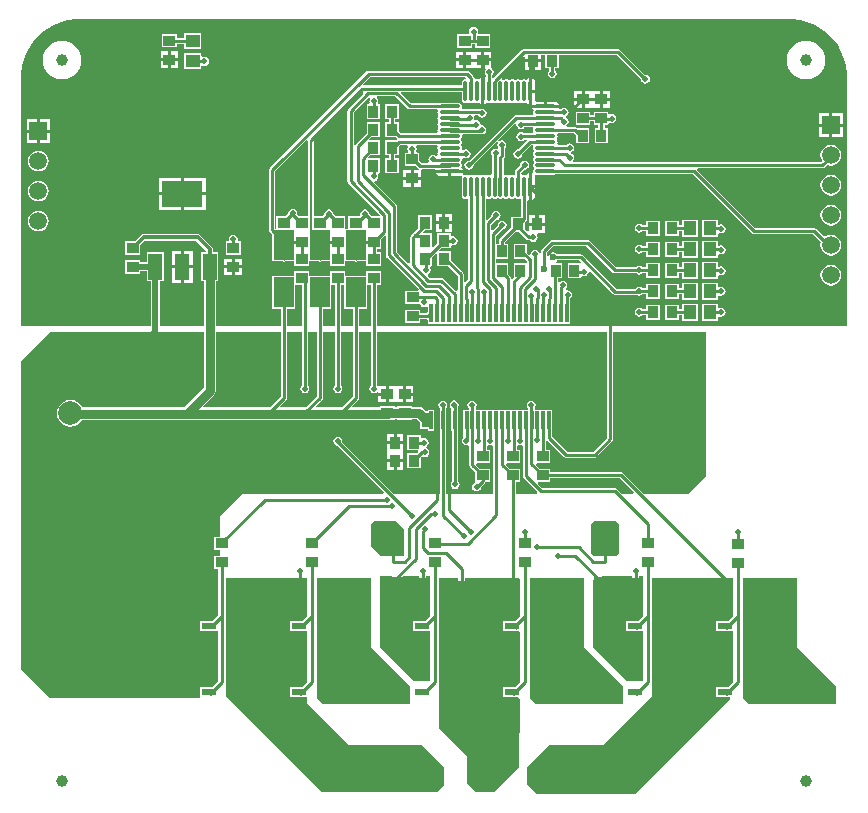
<source format=gtl>
G04*
G04 #@! TF.GenerationSoftware,Altium Limited,Altium Designer,18.1.9 (240)*
G04*
G04 Layer_Physical_Order=1*
G04 Layer_Color=255*
%FSLAX25Y25*%
%MOIN*%
G70*
G01*
G75*
%ADD10C,0.00984*%
%ADD16R,0.04724X0.04331*%
%ADD17R,0.03937X0.03543*%
%ADD18R,0.04724X0.08661*%
%ADD19R,0.13780X0.08661*%
%ADD20R,0.06693X0.09843*%
%ADD21R,0.49213X0.20079*%
%ADD22R,0.01181X0.06102*%
%ADD23R,0.03543X0.03937*%
%ADD24R,0.07480X0.05315*%
%ADD25O,0.01181X0.07087*%
%ADD26O,0.07087X0.01181*%
%ADD27R,0.05000X0.02402*%
%ADD28R,0.14764X0.15394*%
%ADD29R,0.04331X0.04724*%
%ADD49C,0.00787*%
%ADD50C,0.01000*%
%ADD51C,0.01968*%
%ADD52C,0.01181*%
%ADD53C,0.03000*%
%ADD54C,0.00800*%
%ADD55R,0.03000X0.05000*%
%ADD56C,0.03937*%
%ADD57C,0.07874*%
%ADD58R,0.05906X0.05906*%
%ADD59C,0.05906*%
%ADD60C,0.01968*%
%ADD61C,0.02362*%
G36*
X125984Y358268D02*
X362205Y358268D01*
X362205Y358268D01*
X362205Y358268D01*
X363495Y358268D01*
X366053Y357931D01*
X368546Y357263D01*
X370930Y356276D01*
X373165Y354985D01*
X375212Y353415D01*
X377036Y351590D01*
X378607Y349543D01*
X379898Y347308D01*
X380885Y344924D01*
X381553Y342431D01*
X381890Y339873D01*
X381890Y338583D01*
X381890Y255906D01*
X225020D01*
Y269579D01*
X226468D01*
Y274122D01*
X221532D01*
Y272547D01*
X218462D01*
X218390Y272596D01*
X218000Y272673D01*
X217610Y272596D01*
X217538Y272547D01*
X214469D01*
Y274122D01*
X209531D01*
Y272547D01*
X206462D01*
X206390Y272596D01*
X206000Y272673D01*
X205610Y272596D01*
X205538Y272547D01*
X202468D01*
Y274122D01*
X197531D01*
Y272547D01*
X194462D01*
X194390Y272596D01*
X194000Y272673D01*
X193610Y272596D01*
X193538Y272547D01*
X190154D01*
Y261705D01*
X192980D01*
Y255906D01*
X171330D01*
Y270760D01*
X172153D01*
Y280421D01*
X170403D01*
Y281496D01*
X170319Y281922D01*
X170078Y282282D01*
X170078Y282282D01*
X166141Y286219D01*
X165780Y286460D01*
X165354Y286545D01*
X165354Y286545D01*
X147244D01*
X147244Y286545D01*
X146819Y286460D01*
X146458Y286219D01*
X146458Y286219D01*
X144400Y284161D01*
X141232D01*
Y279618D01*
X146169D01*
Y282786D01*
X147705Y284321D01*
X164894D01*
X168179Y281035D01*
Y280421D01*
X166429D01*
Y270760D01*
X167252D01*
Y255906D01*
X152694D01*
Y270760D01*
X154043D01*
Y280421D01*
X148319D01*
Y277104D01*
X146169D01*
Y277862D01*
X141232D01*
Y273319D01*
X146169D01*
Y274077D01*
X148319D01*
Y270760D01*
X149668D01*
Y255906D01*
X106328D01*
X106299Y338583D01*
X106299Y339873D01*
X106636Y342431D01*
X107304Y344924D01*
X108291Y347308D01*
X109581Y349543D01*
X111152Y351590D01*
X112977Y353415D01*
X115024Y354985D01*
X117259Y356276D01*
X119643Y357263D01*
X122136Y357931D01*
X124694Y358268D01*
X125984Y358268D01*
D02*
G37*
G36*
X222980Y255906D02*
X219020D01*
Y261705D01*
X221847D01*
Y269579D01*
X222980D01*
Y255906D01*
D02*
G37*
G36*
X214154Y261705D02*
X216980D01*
Y255906D01*
X213020D01*
Y269579D01*
X214154D01*
Y261705D01*
D02*
G37*
G36*
X210980Y255906D02*
X207020D01*
Y261705D01*
X209846D01*
Y269579D01*
X210980D01*
Y255906D01*
D02*
G37*
G36*
X199980D02*
X195020D01*
Y261705D01*
X197846D01*
Y269579D01*
X199980D01*
Y255906D01*
D02*
G37*
G36*
X301736Y218533D02*
X297216Y214012D01*
X288611D01*
X283502Y219121D01*
Y220884D01*
X283573D01*
Y227986D01*
X277789D01*
X277680Y228207D01*
X277608Y228486D01*
X277898Y228921D01*
X278013Y229500D01*
X277898Y230079D01*
X277570Y230570D01*
X277079Y230898D01*
X276500Y231013D01*
X275921Y230898D01*
X275430Y230570D01*
X275102Y230079D01*
X274987Y229500D01*
X275102Y228921D01*
X275392Y228486D01*
X275328Y228238D01*
X275194Y227986D01*
X257911D01*
Y228567D01*
X258148Y228921D01*
X258263Y229500D01*
X258148Y230079D01*
X257820Y230570D01*
X257329Y230898D01*
X256750Y231013D01*
X256171Y230898D01*
X255680Y230570D01*
X255352Y230079D01*
X255237Y229500D01*
X255352Y228921D01*
X255642Y228486D01*
X255578Y228238D01*
X255444Y227986D01*
X253833D01*
Y220884D01*
X253904D01*
Y218753D01*
X253810Y218690D01*
X253482Y218199D01*
X253367Y217620D01*
X253482Y217041D01*
X253810Y216550D01*
X254301Y216222D01*
X254880Y216107D01*
X255352Y216201D01*
X255853Y215929D01*
Y209478D01*
X255930Y209088D01*
X256151Y208757D01*
X257782Y207127D01*
Y203894D01*
X257782Y203894D01*
X257782Y203894D01*
X257483Y203540D01*
X257424Y203484D01*
X257180Y203320D01*
X256852Y202829D01*
X256737Y202250D01*
X256852Y201671D01*
X257180Y201180D01*
X257671Y200852D01*
X258250Y200737D01*
X258829Y200852D01*
X259320Y201180D01*
X259648Y201671D01*
X259763Y202250D01*
X259752Y202310D01*
X260971Y203529D01*
X261171Y203829D01*
X262719D01*
Y208372D01*
X259420D01*
X258164Y209628D01*
X258371Y210128D01*
X262719D01*
Y214671D01*
X261860D01*
Y215889D01*
X262360Y216161D01*
X262832Y216067D01*
X263296Y216159D01*
X263796Y215884D01*
Y200000D01*
X248069D01*
Y220884D01*
X248140D01*
Y227986D01*
X248140Y227986D01*
X248108Y228486D01*
X248398Y228921D01*
X248513Y229500D01*
X248398Y230079D01*
X248070Y230570D01*
X247579Y230898D01*
X247000Y231013D01*
X246421Y230898D01*
X245930Y230570D01*
X245602Y230079D01*
X245487Y229500D01*
X245602Y228921D01*
X245907Y228465D01*
X245959Y227986D01*
X245959Y227986D01*
X245959Y227986D01*
Y220884D01*
X246030D01*
Y200000D01*
X230767D01*
X213476Y217292D01*
X213521Y217520D01*
X213406Y218099D01*
X213078Y218590D01*
X212587Y218918D01*
X212008Y219033D01*
X211429Y218918D01*
X210938Y218590D01*
X210610Y218099D01*
X210494Y217520D01*
X210610Y216941D01*
X210938Y216450D01*
X211429Y216122D01*
X211845Y216039D01*
X227422Y200462D01*
X227230Y200000D01*
X180315D01*
X172835Y192520D01*
Y185671D01*
X170782D01*
Y181128D01*
X172835D01*
Y179372D01*
X170782D01*
Y174829D01*
X172230D01*
Y159672D01*
X170009Y157451D01*
X166140D01*
Y154049D01*
X172140D01*
X172230Y153587D01*
Y137672D01*
X170009Y135451D01*
X166140D01*
Y132049D01*
X165706Y131890D01*
X116142D01*
X106328Y141703D01*
X106328Y202756D01*
X106328D01*
Y244124D01*
X116142Y253937D01*
X167252Y253937D01*
Y235097D01*
X160880Y228724D01*
X126829D01*
X126710Y229009D01*
X125999Y229936D01*
X125072Y230647D01*
X123993Y231095D01*
X122835Y231247D01*
X121676Y231095D01*
X120597Y230647D01*
X119670Y229936D01*
X118959Y229009D01*
X118512Y227930D01*
X118359Y226772D01*
X118512Y225613D01*
X118959Y224534D01*
X119670Y223607D01*
X120597Y222896D01*
X121676Y222449D01*
X122835Y222296D01*
X123993Y222449D01*
X125072Y222896D01*
X125999Y223607D01*
X126710Y224534D01*
X126757Y224646D01*
X226031D01*
Y224579D01*
X230968D01*
Y224811D01*
X231782D01*
Y224579D01*
X236719D01*
Y224811D01*
X238305D01*
X239459Y223657D01*
Y222000D01*
X239617Y221617D01*
X240000Y221459D01*
X242022D01*
Y220884D01*
X244203D01*
Y227986D01*
X242022D01*
Y227541D01*
X241343D01*
X240592Y228292D01*
X239930Y228734D01*
X239150Y228890D01*
X236719D01*
Y229122D01*
X231782D01*
Y228890D01*
X230968D01*
Y229122D01*
X226031D01*
Y228724D01*
X216819D01*
X216628Y229186D01*
X218721Y231279D01*
X218942Y231610D01*
X219020Y232000D01*
Y253937D01*
X222980D01*
Y236104D01*
X222930Y236070D01*
X222602Y235579D01*
X222487Y235000D01*
X222602Y234421D01*
X222930Y233930D01*
X223421Y233602D01*
X224000Y233487D01*
X224579Y233602D01*
X225031Y233904D01*
X225225Y233859D01*
X225532Y233720D01*
Y233650D01*
X228000D01*
Y235921D01*
X225771D01*
X225532Y235921D01*
X225084Y236049D01*
X225070Y236070D01*
X225020Y236104D01*
Y253937D01*
X301736Y253937D01*
Y218533D01*
D02*
G37*
G36*
X216980Y232422D02*
X213282Y228724D01*
X204819D01*
X204628Y229186D01*
X206721Y231279D01*
X206942Y231610D01*
X207020Y232000D01*
Y253937D01*
X210980D01*
Y236104D01*
X210930Y236070D01*
X210602Y235579D01*
X210487Y235000D01*
X210602Y234421D01*
X210930Y233930D01*
X211421Y233602D01*
X212000Y233487D01*
X212579Y233602D01*
X213070Y233930D01*
X213398Y234421D01*
X213513Y235000D01*
X213398Y235579D01*
X213070Y236070D01*
X213020Y236104D01*
Y253937D01*
X216980D01*
Y232422D01*
D02*
G37*
G36*
X204980D02*
X201282Y228724D01*
X192819D01*
X192628Y229186D01*
X194721Y231279D01*
X194942Y231610D01*
X195020Y232000D01*
Y253937D01*
X199980D01*
Y236104D01*
X199930Y236070D01*
X199602Y235579D01*
X199487Y235000D01*
X199602Y234421D01*
X199930Y233930D01*
X200421Y233602D01*
X201000Y233487D01*
X201579Y233602D01*
X202070Y233930D01*
X202398Y234421D01*
X202513Y235000D01*
X202398Y235579D01*
X202070Y236070D01*
X202020Y236104D01*
Y253937D01*
X204980D01*
Y232422D01*
D02*
G37*
G36*
X192980D02*
X189282Y228724D01*
X167301D01*
X167109Y229186D01*
X170733Y232810D01*
X170733Y232810D01*
X171175Y233472D01*
X171330Y234252D01*
X171330Y234252D01*
Y253937D01*
X192980D01*
Y232422D01*
D02*
G37*
G36*
X334646Y205906D02*
X328740Y200000D01*
X313942D01*
X307121Y206821D01*
X306790Y207042D01*
X306400Y207120D01*
X282718D01*
Y208372D01*
X279420D01*
X278164Y209628D01*
X278372Y210128D01*
X282718D01*
Y214671D01*
X281533D01*
Y217499D01*
X282033Y217706D01*
X287468Y212271D01*
X287799Y212050D01*
X288189Y211972D01*
X297638D01*
X298028Y212050D01*
X298359Y212271D01*
X303477Y217389D01*
X303698Y217720D01*
X303776Y218110D01*
Y253937D01*
X334646D01*
X334646Y205906D01*
D02*
G37*
G36*
X310596Y200462D02*
X310405Y200000D01*
X306560D01*
X305052Y201508D01*
X304721Y201729D01*
X304331Y201807D01*
X280135D01*
X278575Y203367D01*
X278766Y203829D01*
X282718D01*
Y205081D01*
X305977D01*
X310596Y200462D01*
D02*
G37*
G36*
X272674Y216185D02*
X273139Y216277D01*
X273639Y216002D01*
Y205842D01*
X273716Y205451D01*
X273937Y205121D01*
X278558Y200500D01*
X278351Y200000D01*
X271270D01*
Y203829D01*
X272719D01*
Y208372D01*
X269420D01*
X268164Y209628D01*
X268372Y210128D01*
X272719D01*
Y214671D01*
X271703D01*
Y216007D01*
X272203Y216279D01*
X272674Y216185D01*
D02*
G37*
G36*
X234055Y188189D02*
Y179134D01*
X231270D01*
Y181455D01*
X231192Y181845D01*
X230971Y182176D01*
X230640Y182397D01*
X230250Y182474D01*
X229860Y182397D01*
X229529Y182176D01*
X229308Y181845D01*
X229230Y181455D01*
Y179134D01*
X226378D01*
X223228Y182283D01*
Y189764D01*
X224410Y190945D01*
X231299D01*
X234055Y188189D01*
D02*
G37*
G36*
X305709Y189961D02*
X305709Y180118D01*
X304724Y179134D01*
X302201D01*
Y180118D01*
X302123Y180508D01*
X302006Y180684D01*
X302192Y180962D01*
X302270Y181352D01*
X302192Y181743D01*
X301971Y182073D01*
X301640Y182294D01*
X301250Y182372D01*
X301000D01*
X300610Y182294D01*
X300279Y182073D01*
X300058Y181743D01*
X299980Y181352D01*
X300058Y180962D01*
X300279Y180631D01*
X300308Y180612D01*
X300239Y180508D01*
X300162Y180118D01*
Y179134D01*
X297244D01*
X296260Y180118D01*
Y189961D01*
X297244Y190945D01*
X304724Y190945D01*
X305709Y189961D01*
D02*
G37*
G36*
X343750Y159192D02*
X342009Y157451D01*
X338140D01*
Y154049D01*
X343750D01*
Y137192D01*
X342009Y135451D01*
X338140D01*
Y132049D01*
X342646D01*
X342837Y131587D01*
X311250Y100000D01*
X278431D01*
X275000Y103015D01*
X275000Y108750D01*
X282500Y116250D01*
X300500Y116250D01*
X316750Y132500D01*
Y172000D01*
X339058D01*
X340529Y170529D01*
X340860Y170308D01*
X341250Y170230D01*
X341640Y170308D01*
X341971Y170529D01*
X342192Y170860D01*
X342270Y171250D01*
X342220Y171500D01*
X342446Y171893D01*
X342553Y172000D01*
X343750D01*
Y159192D01*
D02*
G37*
G36*
X313750D02*
X312009Y157451D01*
X308140D01*
Y154049D01*
X313750D01*
Y137500D01*
X308500D01*
X297000Y149000D01*
Y171302D01*
X297462Y171494D01*
X300529Y168427D01*
X300860Y168206D01*
X301250Y168128D01*
X301640Y168206D01*
X301971Y168427D01*
X302192Y168757D01*
X302270Y169148D01*
X302192Y169538D01*
X301971Y169869D01*
X299801Y172038D01*
X299993Y172500D01*
X310230D01*
Y171250D01*
X310308Y170860D01*
X310529Y170529D01*
X310860Y170308D01*
X311250Y170230D01*
X311640Y170308D01*
X311971Y170529D01*
X312192Y170860D01*
X312270Y171250D01*
Y172500D01*
X313750D01*
Y159192D01*
D02*
G37*
G36*
X272748Y171646D02*
X272694Y159136D01*
X271009Y157451D01*
X267140D01*
Y154049D01*
X272317D01*
X272670Y153695D01*
X272598Y137039D01*
X271009Y135451D01*
X267140D01*
Y132049D01*
X272221D01*
X272574Y131695D01*
X272474Y108724D01*
X264281Y100531D01*
X257969Y100531D01*
X255000Y103500D01*
X255000Y112500D01*
X245750Y121750D01*
X245750Y172000D01*
X252230D01*
Y163250D01*
X252308Y162860D01*
X252529Y162529D01*
X252860Y162308D01*
X253250Y162230D01*
X253640Y162308D01*
X253971Y162529D01*
X254192Y162860D01*
X254270Y163250D01*
Y172000D01*
X269230D01*
Y171250D01*
X269308Y170860D01*
X269529Y170529D01*
X269860Y170308D01*
X270250Y170230D01*
X270640Y170308D01*
X270971Y170529D01*
X271192Y170860D01*
X271270Y171250D01*
Y172000D01*
X272396D01*
X272748Y171646D01*
D02*
G37*
G36*
X242750Y159192D02*
X241009Y157451D01*
X237140D01*
Y154049D01*
X242750D01*
Y137500D01*
X237500D01*
X226000Y149000D01*
Y172500D01*
X230155D01*
X230346Y172038D01*
X229779Y171471D01*
X229558Y171140D01*
X229480Y170750D01*
Y170296D01*
X229308Y170038D01*
X229230Y169648D01*
X229308Y169257D01*
X229529Y168927D01*
X229860Y168706D01*
X230250Y168628D01*
X230640Y168706D01*
X230971Y168927D01*
X231221Y169177D01*
X231442Y169508D01*
X231520Y169898D01*
Y170328D01*
X233692Y172500D01*
X239230D01*
Y171250D01*
X239308Y170860D01*
X239529Y170529D01*
X239860Y170308D01*
X240250Y170230D01*
X240640Y170308D01*
X240971Y170529D01*
X241192Y170860D01*
X241270Y171250D01*
Y172500D01*
X242750D01*
Y159192D01*
D02*
G37*
G36*
X201750D02*
X200009Y157451D01*
X196140D01*
Y154049D01*
X201750D01*
Y137192D01*
X200009Y135451D01*
X196140D01*
Y132049D01*
X201750D01*
Y130250D01*
X215750Y116250D01*
X240000Y116250D01*
X247500Y108750D01*
X247500Y103000D01*
X245000Y100500D01*
X206750D01*
X174750Y132500D01*
Y172000D01*
X198230D01*
Y171250D01*
X198308Y170860D01*
X198529Y170529D01*
X198860Y170308D01*
X199250Y170230D01*
X199640Y170308D01*
X199971Y170529D01*
X200192Y170860D01*
X200270Y171250D01*
Y172000D01*
X201750D01*
Y159192D01*
D02*
G37*
G36*
X365000Y149000D02*
X378000Y136000D01*
Y130000D01*
X349000D01*
X347000Y132000D01*
Y172000D01*
X365000D01*
Y149000D01*
D02*
G37*
G36*
X294000D02*
X307000Y136000D01*
Y130000D01*
X278000D01*
X276000Y132000D01*
Y172000D01*
X294000D01*
Y149000D01*
D02*
G37*
G36*
X223000D02*
X236000Y136000D01*
Y130000D01*
X207000D01*
X205000Y132000D01*
Y172000D01*
X223000D01*
Y149000D01*
D02*
G37*
%LPC*%
G36*
X166445Y353453D02*
X160721D01*
Y351799D01*
X158374D01*
Y353256D01*
X153437D01*
Y348713D01*
X158374D01*
Y349776D01*
X160721D01*
Y348122D01*
X166445D01*
Y353453D01*
D02*
G37*
G36*
X257250Y355513D02*
X256671Y355398D01*
X256180Y355070D01*
X255852Y354579D01*
X255737Y354000D01*
X255802Y353671D01*
X255463Y353171D01*
X251782D01*
Y348628D01*
X256718D01*
Y349880D01*
X257782D01*
Y348628D01*
X262719D01*
Y353171D01*
X259037D01*
X258698Y353671D01*
X258763Y354000D01*
X258648Y354579D01*
X258320Y355070D01*
X257829Y355398D01*
X257250Y355513D01*
D02*
G37*
G36*
X158874Y347457D02*
X156405D01*
Y345185D01*
X158874D01*
Y347457D01*
D02*
G37*
G36*
X155405D02*
X152937D01*
Y345185D01*
X155405D01*
Y347457D01*
D02*
G37*
G36*
X260750Y347372D02*
Y345100D01*
X263218D01*
Y347372D01*
X260750D01*
D02*
G37*
G36*
X253750D02*
X251281D01*
Y345100D01*
X253750D01*
Y347372D01*
D02*
G37*
G36*
X166445Y346760D02*
X160721D01*
Y341429D01*
X166445D01*
Y342426D01*
X166941Y342696D01*
X167520Y342581D01*
X168099Y342696D01*
X168590Y343024D01*
X168918Y343515D01*
X169033Y344094D01*
X168918Y344674D01*
X168590Y345165D01*
X168099Y345493D01*
X167520Y345608D01*
X166941Y345493D01*
X166445Y345763D01*
Y346760D01*
D02*
G37*
G36*
X158874Y344185D02*
X156405D01*
Y341913D01*
X158874D01*
Y344185D01*
D02*
G37*
G36*
X155405D02*
X152937D01*
Y341913D01*
X155405D01*
Y344185D01*
D02*
G37*
G36*
X253750Y344100D02*
X251281D01*
Y341829D01*
X253750D01*
Y344100D01*
D02*
G37*
G36*
X257281Y347372D02*
X256782Y347372D01*
X254750D01*
Y344600D01*
Y341829D01*
X256782D01*
X257219Y341829D01*
X257718Y341829D01*
X259750D01*
Y344600D01*
Y347372D01*
X257718D01*
X257281Y347372D01*
D02*
G37*
G36*
X279872Y343750D02*
X277600D01*
Y341282D01*
X279872D01*
Y343750D01*
D02*
G37*
G36*
X276600D02*
X274329D01*
Y341282D01*
X276600D01*
Y343750D01*
D02*
G37*
G36*
X368110Y350925D02*
X366855Y350801D01*
X365647Y350435D01*
X364534Y349840D01*
X363559Y349040D01*
X362758Y348064D01*
X362164Y346951D01*
X361797Y345744D01*
X361674Y344488D01*
X361797Y343232D01*
X362164Y342025D01*
X362758Y340912D01*
X363559Y339937D01*
X364534Y339136D01*
X365647Y338542D01*
X366855Y338175D01*
X368110Y338052D01*
X369366Y338175D01*
X370573Y338542D01*
X371686Y339136D01*
X372661Y339937D01*
X373462Y340912D01*
X374057Y342025D01*
X374423Y343232D01*
X374547Y344488D01*
X374423Y345744D01*
X374057Y346951D01*
X373462Y348064D01*
X372661Y349040D01*
X371686Y349840D01*
X370573Y350435D01*
X369366Y350801D01*
X368110Y350925D01*
D02*
G37*
G36*
X120079D02*
X118823Y350801D01*
X117616Y350435D01*
X116503Y349840D01*
X115527Y349040D01*
X114727Y348064D01*
X114132Y346951D01*
X113766Y345744D01*
X113642Y344488D01*
X113766Y343232D01*
X114132Y342025D01*
X114727Y340912D01*
X115527Y339937D01*
X116503Y339136D01*
X117616Y338542D01*
X118823Y338175D01*
X120079Y338052D01*
X121334Y338175D01*
X122542Y338542D01*
X123655Y339136D01*
X124630Y339937D01*
X125431Y340912D01*
X126025Y342025D01*
X126392Y343232D01*
X126515Y344488D01*
X126392Y345744D01*
X126025Y346951D01*
X125431Y348064D01*
X124630Y349040D01*
X123655Y349840D01*
X122542Y350435D01*
X121334Y350801D01*
X120079Y350925D01*
D02*
G37*
G36*
X305437Y348338D02*
X274014D01*
X273624Y348260D01*
X273293Y348040D01*
X263817Y338563D01*
X263317Y338770D01*
Y339261D01*
X263570Y339430D01*
X263898Y339921D01*
X264013Y340500D01*
X263898Y341079D01*
X263570Y341570D01*
X263408Y341680D01*
X263218Y342103D01*
Y344100D01*
X260750D01*
Y341829D01*
X261001D01*
X261269Y341329D01*
X261102Y341079D01*
X260987Y340500D01*
X261102Y339921D01*
X261278Y339658D01*
Y338982D01*
X260829Y338711D01*
Y334195D01*
Y329720D01*
X260949Y329744D01*
X261475Y330095D01*
X261653Y330361D01*
X261872Y330215D01*
X262297Y330130D01*
X262723Y330215D01*
X262942Y330361D01*
X263281Y330421D01*
X263621Y330361D01*
X263840Y330215D01*
X264266Y330130D01*
X264691Y330215D01*
X264910Y330361D01*
X265250Y330421D01*
X265590Y330361D01*
X265809Y330215D01*
X266234Y330130D01*
X266660Y330215D01*
X266879Y330361D01*
X267218Y330421D01*
X267559Y330361D01*
X267777Y330215D01*
X268203Y330130D01*
X268628Y330215D01*
X268847Y330361D01*
X269187Y330421D01*
X269527Y330361D01*
X269746Y330215D01*
X270171Y330130D01*
X270597Y330215D01*
X270815Y330361D01*
X271156Y330421D01*
X271496Y330361D01*
X271714Y330215D01*
X272140Y330130D01*
X272565Y330215D01*
X272784Y330361D01*
X273124Y330421D01*
X273464Y330361D01*
X273683Y330215D01*
X274108Y330130D01*
X274534Y330215D01*
X274753Y330361D01*
X274930Y330095D01*
X275456Y329744D01*
X275577Y329720D01*
Y334195D01*
Y338670D01*
X275456Y338646D01*
X274930Y338294D01*
X274753Y338029D01*
X274534Y338175D01*
X274108Y338260D01*
X273683Y338175D01*
X273464Y338029D01*
X273124Y337969D01*
X272784Y338029D01*
X272565Y338175D01*
X272140Y338260D01*
X271714Y338175D01*
X271496Y338029D01*
X271156Y337969D01*
X270815Y338029D01*
X270597Y338175D01*
X270171Y338260D01*
X269746Y338175D01*
X269527Y338029D01*
X269187Y337969D01*
X268847Y338029D01*
X268628Y338175D01*
X268203Y338260D01*
X267777Y338175D01*
X267559Y338029D01*
X267218Y337969D01*
X266879Y338029D01*
X266876Y338031D01*
X266763Y338625D01*
X273867Y345729D01*
X274329Y345538D01*
Y344750D01*
X277100D01*
X279872D01*
Y346299D01*
X281128D01*
Y341781D01*
X282380D01*
Y340995D01*
X282102Y340579D01*
X281987Y340000D01*
X282102Y339421D01*
X282430Y338930D01*
X282921Y338602D01*
X283500Y338487D01*
X284079Y338602D01*
X284570Y338930D01*
X284898Y339421D01*
X285013Y340000D01*
X284898Y340579D01*
X284570Y341070D01*
X284419Y341171D01*
Y341781D01*
X285671D01*
Y346299D01*
X305015D01*
X313066Y338248D01*
X313054Y338189D01*
X313169Y337610D01*
X313497Y337119D01*
X313988Y336791D01*
X314567Y336676D01*
X315146Y336791D01*
X315637Y337119D01*
X315965Y337610D01*
X316080Y338189D01*
X315965Y338768D01*
X315637Y339259D01*
X315146Y339587D01*
X314567Y339702D01*
X314507Y339690D01*
X306158Y348040D01*
X305828Y348260D01*
X305437Y348338D01*
D02*
G37*
G36*
X276577Y338670D02*
Y334695D01*
X277698D01*
Y337148D01*
X277575Y337768D01*
X277223Y338294D01*
X276697Y338646D01*
X276577Y338670D01*
D02*
G37*
G36*
X300250Y334171D02*
Y331900D01*
X302718D01*
Y334171D01*
X300250D01*
D02*
G37*
G36*
X293250D02*
X290781D01*
Y331900D01*
X293250D01*
Y334171D01*
D02*
G37*
G36*
X255000Y341020D02*
X222284D01*
X221893Y340942D01*
X221563Y340721D01*
X189279Y308437D01*
X189058Y308107D01*
X188980Y307716D01*
Y287850D01*
X189058Y287460D01*
X189279Y287129D01*
X190154Y286255D01*
Y277453D01*
X193538D01*
X193610Y277404D01*
X194000Y277327D01*
X194390Y277404D01*
X194462Y277453D01*
X197531D01*
Y275878D01*
X202468D01*
Y277453D01*
X205538D01*
X205610Y277404D01*
X206000Y277327D01*
X206390Y277404D01*
X206462Y277453D01*
X209531D01*
Y275878D01*
X214469D01*
Y277453D01*
X217538D01*
X217610Y277404D01*
X218000Y277327D01*
X218390Y277404D01*
X218462Y277453D01*
X221532D01*
Y275878D01*
X226468D01*
Y280421D01*
X225020D01*
Y281579D01*
X226468D01*
Y284877D01*
X227619Y286027D01*
X228080Y285836D01*
Y279387D01*
X228158Y278997D01*
X228379Y278666D01*
X238912Y268133D01*
X238721Y267671D01*
X234531D01*
Y263128D01*
X239381D01*
X239680Y262680D01*
X240171Y262352D01*
X240750Y262237D01*
X241329Y262352D01*
X241522Y262481D01*
X242022Y262213D01*
Y260714D01*
X241428Y260120D01*
X239469D01*
Y261372D01*
X234531D01*
Y256829D01*
X239469D01*
Y258081D01*
X241850D01*
X242022Y257940D01*
Y256514D01*
X289478D01*
Y263616D01*
X289407D01*
Y265054D01*
X289670Y265230D01*
X289998Y265721D01*
X290113Y266300D01*
X289998Y266879D01*
X289670Y267370D01*
X289179Y267698D01*
X288600Y267813D01*
X288355Y267764D01*
X287837Y268129D01*
X287836Y268132D01*
X287829Y268269D01*
X288070Y268430D01*
X288398Y268921D01*
X288513Y269500D01*
X288398Y270079D01*
X288070Y270570D01*
X287579Y270898D01*
X287000Y271013D01*
X286421Y270898D01*
X285970Y270597D01*
X285770Y270644D01*
X285470Y270782D01*
Y271781D01*
X286872D01*
Y276718D01*
X284690D01*
X284674Y276759D01*
X284607Y277219D01*
X285070Y277528D01*
X285199Y277721D01*
X292491D01*
X292993Y277219D01*
X292786Y276718D01*
X288628D01*
Y271781D01*
X293171D01*
Y272292D01*
X293671Y272587D01*
X294094Y272502D01*
X294674Y272618D01*
X295165Y272946D01*
X295493Y273437D01*
X295588Y273916D01*
X295875Y274069D01*
X296098Y274113D01*
X303610Y266602D01*
X303941Y266381D01*
X304331Y266303D01*
X311578D01*
X311939Y266062D01*
X312518Y265947D01*
X313097Y266062D01*
X313588Y266390D01*
X313621Y266441D01*
X314846D01*
Y264992D01*
X319389D01*
Y269929D01*
X314846D01*
Y268480D01*
X313621D01*
X313588Y268531D01*
X313097Y268859D01*
X312518Y268974D01*
X311939Y268859D01*
X311448Y268531D01*
X311322Y268342D01*
X304753D01*
X293634Y279461D01*
X293304Y279682D01*
X292913Y279760D01*
X285199D01*
X285070Y279952D01*
X284514Y280324D01*
X283858Y280454D01*
X283202Y280324D01*
X282646Y279952D01*
X282275Y279396D01*
X282228Y279160D01*
X281728Y279209D01*
Y280286D01*
X283887Y282445D01*
X294853D01*
X303610Y273689D01*
X303941Y273467D01*
X304331Y273390D01*
X311508D01*
X311939Y273102D01*
X312518Y272987D01*
X313097Y273102D01*
X313588Y273430D01*
X313621Y273480D01*
X314846D01*
Y272031D01*
X319389D01*
Y276969D01*
X314846D01*
Y275520D01*
X313621D01*
X313588Y275570D01*
X313097Y275898D01*
X312518Y276013D01*
X311939Y275898D01*
X311448Y275570D01*
X311353Y275429D01*
X304753D01*
X295996Y284186D01*
X295666Y284407D01*
X295276Y284484D01*
X283465D01*
X283074Y284407D01*
X282744Y284186D01*
X279987Y281429D01*
X279766Y281098D01*
X279689Y280708D01*
Y280175D01*
X279188Y280126D01*
X279148Y280329D01*
X278820Y280820D01*
X278329Y281148D01*
X277750Y281263D01*
X277171Y281148D01*
X276680Y280820D01*
X276352Y280329D01*
X276264Y279885D01*
X275883Y279705D01*
X275753Y279689D01*
X275171Y280271D01*
Y283219D01*
X270628D01*
Y278281D01*
X274277D01*
X275130Y277428D01*
Y276718D01*
X270628D01*
Y272070D01*
X270222Y271664D01*
X269888Y271753D01*
X269710Y271859D01*
X269645Y272187D01*
X269424Y272518D01*
X268872Y273070D01*
Y276718D01*
X264748D01*
Y278281D01*
X268872D01*
Y283219D01*
X267620D01*
Y283895D01*
X271007Y287281D01*
X272300D01*
X274870Y284712D01*
X275200Y284491D01*
X275590Y284414D01*
X276062D01*
X276095Y284363D01*
X276586Y284035D01*
X277165Y283920D01*
X277745Y284035D01*
X278235Y284363D01*
X278563Y284854D01*
X278679Y285433D01*
X278563Y286012D01*
X278384Y286281D01*
X278650Y286782D01*
X281171D01*
Y289250D01*
X278400D01*
X275628D01*
Y287491D01*
X275166Y287299D01*
X274372Y288093D01*
Y290430D01*
X274829Y290887D01*
X275050Y291218D01*
X275128Y291608D01*
Y297518D01*
X275577Y297789D01*
Y302305D01*
Y306780D01*
X275456Y306756D01*
X274930Y306405D01*
X274753Y306139D01*
X274534Y306285D01*
X274108Y306370D01*
X273683Y306285D01*
X273659Y306270D01*
X273233Y306498D01*
X273190Y306998D01*
X274190Y307998D01*
X274250Y307987D01*
X274829Y308102D01*
X275320Y308430D01*
X275648Y308921D01*
X275763Y309500D01*
X275648Y310079D01*
X275320Y310570D01*
X274829Y310898D01*
X274250Y311013D01*
X273671Y310898D01*
X273180Y310570D01*
X272852Y310079D01*
X272737Y309500D01*
X272748Y309440D01*
X271419Y308111D01*
X271198Y307780D01*
X271120Y307390D01*
Y306537D01*
X270620Y306270D01*
X270597Y306285D01*
X270171Y306370D01*
X269746Y306285D01*
X269527Y306139D01*
X269187Y306079D01*
X268847Y306139D01*
X268628Y306285D01*
X268203Y306370D01*
X267777Y306285D01*
X267754Y306270D01*
X267254Y306537D01*
Y311764D01*
X267405Y311916D01*
X267626Y312246D01*
X267704Y312637D01*
Y315086D01*
X267770Y315130D01*
X268098Y315621D01*
X268213Y316200D01*
X268098Y316779D01*
X267770Y317270D01*
X267279Y317598D01*
X266700Y317713D01*
X266121Y317598D01*
X265748Y317349D01*
X265429Y317737D01*
X271048Y323356D01*
X271508Y323109D01*
X271487Y323000D01*
X271602Y322421D01*
X271930Y321930D01*
X272421Y321602D01*
X273000Y321487D01*
X273579Y321602D01*
X274070Y321930D01*
X274218Y322152D01*
X276963D01*
X277231Y321652D01*
X277215Y321628D01*
X277130Y321203D01*
X277215Y320777D01*
X277231Y320754D01*
X276963Y320254D01*
X273795D01*
X273579Y320398D01*
X273000Y320513D01*
X272421Y320398D01*
X271930Y320070D01*
X271602Y319579D01*
X271487Y319000D01*
X271602Y318421D01*
X271930Y317930D01*
X272421Y317602D01*
X273000Y317487D01*
X273579Y317602D01*
X274070Y317930D01*
X274260Y318215D01*
X274866D01*
X275073Y317715D01*
X272060Y314702D01*
X272000Y314713D01*
X271421Y314598D01*
X270930Y314270D01*
X270602Y313779D01*
X270487Y313200D01*
X270602Y312621D01*
X270930Y312130D01*
X271421Y311802D01*
X272000Y311687D01*
X272579Y311802D01*
X273070Y312130D01*
X273398Y312621D01*
X273513Y313200D01*
X273501Y313260D01*
X276488Y316246D01*
X276963D01*
X277231Y315746D01*
X277215Y315723D01*
X277130Y315297D01*
X277215Y314872D01*
X277361Y314653D01*
X277421Y314313D01*
X277361Y313973D01*
X277215Y313754D01*
X277130Y313329D01*
X277215Y312903D01*
X277361Y312684D01*
X277421Y312345D01*
X277361Y312004D01*
X277215Y311786D01*
X277130Y311360D01*
X277215Y310935D01*
X277361Y310716D01*
X277421Y310376D01*
X277361Y310036D01*
X277215Y309817D01*
X277130Y309392D01*
X277215Y308966D01*
X277361Y308747D01*
X277421Y308407D01*
X277361Y308067D01*
X277215Y307849D01*
X277130Y307423D01*
X277212Y307014D01*
X277174Y306962D01*
X276837Y306663D01*
X276697Y306756D01*
X276577Y306780D01*
Y302805D01*
X277698D01*
Y305258D01*
X277575Y305878D01*
X277481Y306019D01*
X277781Y306355D01*
X277833Y306393D01*
X278242Y306311D01*
X284148D01*
X284573Y306396D01*
X284585Y306404D01*
X330343D01*
X350066Y286681D01*
X350397Y286460D01*
X350787Y286382D01*
X370444D01*
X373036Y283789D01*
X373014Y283736D01*
X372895Y282835D01*
X373014Y281933D01*
X373362Y281093D01*
X373915Y280372D01*
X374637Y279819D01*
X375477Y279471D01*
X376378Y279352D01*
X377279Y279471D01*
X378119Y279819D01*
X378840Y280372D01*
X379394Y281093D01*
X379742Y281933D01*
X379860Y282835D01*
X379742Y283736D01*
X379394Y284576D01*
X378840Y285297D01*
X378119Y285851D01*
X377279Y286198D01*
X376378Y286317D01*
X375477Y286198D01*
X374637Y285851D01*
X374197Y285513D01*
X371587Y288123D01*
X371256Y288344D01*
X370866Y288421D01*
X351210D01*
X331750Y307880D01*
X331958Y308380D01*
X373573D01*
X373963Y308458D01*
X374294Y308679D01*
X375200Y309585D01*
X375477Y309471D01*
X376378Y309352D01*
X377279Y309471D01*
X378119Y309819D01*
X378840Y310372D01*
X379394Y311093D01*
X379742Y311933D01*
X379860Y312835D01*
X379742Y313736D01*
X379394Y314576D01*
X378840Y315297D01*
X378119Y315851D01*
X377279Y316198D01*
X376378Y316317D01*
X375477Y316198D01*
X374637Y315851D01*
X373915Y315297D01*
X373362Y314576D01*
X373014Y313736D01*
X372895Y312835D01*
X373014Y311933D01*
X373362Y311093D01*
X373563Y310832D01*
X373151Y310420D01*
X290456D01*
X290305Y310920D01*
X290320Y310930D01*
X290648Y311421D01*
X290763Y312000D01*
X290648Y312579D01*
X290320Y313070D01*
X289894Y313355D01*
X289859Y313625D01*
X289894Y313895D01*
X290320Y314180D01*
X290648Y314671D01*
X290763Y315250D01*
X290648Y315829D01*
X290320Y316320D01*
X289829Y316648D01*
X289250Y316763D01*
X288671Y316648D01*
X288180Y316320D01*
X288178Y316317D01*
X285426D01*
X285159Y316817D01*
X285175Y316840D01*
X285260Y317266D01*
X285175Y317691D01*
X285029Y317910D01*
X284969Y318250D01*
X285029Y318590D01*
X285175Y318809D01*
X285260Y319234D01*
X285175Y319660D01*
X285159Y319683D01*
X285426Y320183D01*
X290625D01*
X291329Y319479D01*
Y316781D01*
X295872D01*
Y321719D01*
X291973D01*
X291768Y321924D01*
X291437Y322145D01*
X291047Y322222D01*
X288289D01*
X288137Y322722D01*
X288472Y322946D01*
X288800Y323437D01*
X288915Y324016D01*
X288800Y324595D01*
X288472Y325086D01*
X288191Y325273D01*
X288191Y325843D01*
X288470Y326030D01*
X288798Y326521D01*
X288913Y327100D01*
X288798Y327679D01*
X288470Y328170D01*
X287979Y328498D01*
X287400Y328613D01*
X286821Y328498D01*
X286433Y328239D01*
X286013Y328294D01*
X285817Y328577D01*
X281195D01*
X276720D01*
X276744Y328456D01*
X277095Y327930D01*
X277361Y327753D01*
X277215Y327534D01*
X277130Y327108D01*
X277215Y326683D01*
X277231Y326659D01*
X276963Y326159D01*
X271390D01*
X271000Y326082D01*
X270669Y325861D01*
X255810Y311001D01*
X255750Y311013D01*
X255171Y310898D01*
X254680Y310570D01*
X254352Y310079D01*
X254237Y309500D01*
X254352Y308921D01*
X254680Y308430D01*
X255171Y308102D01*
X255750Y307987D01*
X256329Y308102D01*
X256820Y308430D01*
X257148Y308921D01*
X257263Y309500D01*
X257252Y309560D01*
X265163Y317471D01*
X265551Y317152D01*
X265302Y316779D01*
X265187Y316200D01*
X265302Y315621D01*
X265547Y315253D01*
X265191Y314897D01*
X265165Y314901D01*
X264600Y315013D01*
X264021Y314898D01*
X263530Y314570D01*
X263202Y314079D01*
X263087Y313500D01*
X263202Y312921D01*
X263246Y312855D01*
Y306537D01*
X262746Y306270D01*
X262723Y306285D01*
X262297Y306370D01*
X261872Y306285D01*
X261653Y306139D01*
X261313Y306079D01*
X260973Y306139D01*
X260754Y306285D01*
X260329Y306370D01*
X259903Y306285D01*
X259684Y306139D01*
X259345Y306079D01*
X259004Y306139D01*
X258786Y306285D01*
X258360Y306370D01*
X257935Y306285D01*
X257716Y306139D01*
X257376Y306079D01*
X257036Y306139D01*
X256817Y306285D01*
X256392Y306370D01*
X255966Y306285D01*
X255747Y306139D01*
X255408Y306079D01*
X255067Y306139D01*
X254849Y306285D01*
X254423Y306370D01*
X254014Y306288D01*
X253962Y306326D01*
X253662Y306663D01*
X253756Y306803D01*
X253780Y306923D01*
X249805D01*
Y305802D01*
X252258D01*
X252878Y305925D01*
X253019Y306019D01*
X253355Y305719D01*
X253393Y305667D01*
X253311Y305258D01*
Y299352D01*
X253396Y298927D01*
X253637Y298566D01*
X253998Y298325D01*
X254423Y298240D01*
X254849Y298325D01*
X254872Y298341D01*
X255372Y298074D01*
Y271314D01*
X254474Y270416D01*
X253974Y270623D01*
Y273045D01*
X253897Y273435D01*
X253676Y273766D01*
X249671Y277771D01*
Y280718D01*
X245963D01*
X245772Y281180D01*
X246373Y281782D01*
X249671D01*
Y282394D01*
X250171Y282783D01*
X250394Y282739D01*
X250973Y282854D01*
X251464Y283182D01*
X251792Y283673D01*
X251907Y284252D01*
X251792Y284831D01*
X251464Y285322D01*
X250973Y285650D01*
X250394Y285765D01*
X250171Y285721D01*
X249671Y286110D01*
Y286719D01*
X245128D01*
Y283420D01*
X243872Y282164D01*
X243372Y282371D01*
Y286719D01*
X240564D01*
X240372Y287180D01*
X240973Y287782D01*
X243372D01*
Y292719D01*
X238829D01*
Y288521D01*
X236279Y285971D01*
X236058Y285640D01*
X235980Y285250D01*
Y276865D01*
X235519Y276674D01*
X231720Y280472D01*
Y295800D01*
X231642Y296190D01*
X231421Y296521D01*
X224179Y303763D01*
X224344Y304305D01*
X224579Y304352D01*
X225070Y304680D01*
X225398Y305171D01*
X225513Y305750D01*
X225408Y306281D01*
X225430Y306414D01*
X225626Y306782D01*
X226122D01*
Y311719D01*
X222414D01*
X222223Y312180D01*
X222824Y312782D01*
X226122D01*
Y317719D01*
X222611D01*
X222420Y318180D01*
X223021Y318781D01*
X226122D01*
Y323719D01*
X221579D01*
Y320223D01*
X217929Y316574D01*
X217770Y316335D01*
X217315Y316400D01*
X217270Y316418D01*
Y327078D01*
X222453Y332261D01*
X222646Y332227D01*
X222721Y332119D01*
X222839Y331685D01*
X222602Y331329D01*
X222487Y330750D01*
X222592Y330219D01*
X222570Y330086D01*
X222374Y329718D01*
X221579D01*
Y324781D01*
X226122D01*
Y329718D01*
X225626D01*
X225430Y330086D01*
X225408Y330219D01*
X225513Y330750D01*
X225398Y331329D01*
X225070Y331820D01*
X224921Y331920D01*
X225073Y332420D01*
X231138D01*
X235202Y328356D01*
X235533Y328135D01*
X235923Y328057D01*
X245074D01*
X245341Y327557D01*
X245325Y327534D01*
X245240Y327108D01*
X245325Y326683D01*
X245471Y326464D01*
X245531Y326124D01*
X245471Y325784D01*
X245325Y325565D01*
X245240Y325140D01*
X245325Y324714D01*
X245471Y324496D01*
X245531Y324155D01*
X245471Y323815D01*
X245325Y323597D01*
X245240Y323171D01*
X245325Y322746D01*
X245471Y322527D01*
X245531Y322187D01*
X245471Y321847D01*
X245325Y321628D01*
X245240Y321203D01*
X245325Y320777D01*
X245341Y320754D01*
X245074Y320254D01*
X232938D01*
X232421Y320771D01*
Y323719D01*
X231169D01*
Y324781D01*
X232421D01*
Y329718D01*
X227878D01*
Y324781D01*
X229130D01*
Y323719D01*
X227878D01*
Y318781D01*
X231527D01*
X231750Y318558D01*
X231795Y318408D01*
Y318107D01*
X231490Y317719D01*
X227878D01*
Y312782D01*
X229130D01*
Y311719D01*
X227878D01*
Y306782D01*
X232421D01*
Y311719D01*
X231169D01*
Y312782D01*
X232421D01*
Y315729D01*
X232938Y316246D01*
X235196D01*
X235464Y315746D01*
X235352Y315579D01*
X235237Y315000D01*
X235352Y314421D01*
X235519Y314171D01*
X235251Y313671D01*
X234281D01*
Y309128D01*
X238180D01*
X238763Y308545D01*
X239022Y308372D01*
X239007Y308071D01*
X238939Y307872D01*
X237250D01*
Y305600D01*
X239719D01*
Y307746D01*
X239719Y307872D01*
X240022Y308246D01*
X244434D01*
X244667Y307923D01*
X249305D01*
X253780D01*
X253756Y308044D01*
X253405Y308570D01*
X253139Y308747D01*
X253285Y308966D01*
X253370Y309392D01*
X253285Y309817D01*
X253139Y310036D01*
X253079Y310376D01*
X253139Y310716D01*
X253285Y310935D01*
X253370Y311360D01*
X253358Y311419D01*
X253720Y311966D01*
X253720Y311966D01*
X253941Y312005D01*
X254171Y311852D01*
X254750Y311737D01*
X255329Y311852D01*
X255820Y312180D01*
X256148Y312671D01*
X256263Y313250D01*
X256148Y313829D01*
X255820Y314320D01*
X255329Y314648D01*
X254750Y314763D01*
X254171Y314648D01*
X253984Y314523D01*
X253696Y314586D01*
X253285Y314872D01*
X253370Y315297D01*
X253285Y315723D01*
X253139Y315942D01*
X253079Y316282D01*
X253139Y316621D01*
X253285Y316840D01*
X253370Y317266D01*
X253285Y317691D01*
X253139Y317910D01*
X253079Y318250D01*
X253139Y318590D01*
X253285Y318809D01*
X253370Y319234D01*
X253318Y319496D01*
X253616Y319996D01*
X256713D01*
X256747Y319974D01*
X257137Y319896D01*
X259355D01*
X259421Y319852D01*
X260000Y319737D01*
X260579Y319852D01*
X261070Y320180D01*
X261398Y320671D01*
X261513Y321250D01*
X261398Y321829D01*
X261070Y322320D01*
X260579Y322648D01*
X260073Y322749D01*
X259944Y322819D01*
X259576Y323189D01*
X259498Y323579D01*
X259170Y324070D01*
X258679Y324398D01*
X258100Y324513D01*
X257898Y324473D01*
X257473Y324899D01*
X257513Y325100D01*
X257401Y325665D01*
X257387Y325754D01*
X257668Y326165D01*
X258739D01*
X259030Y325730D01*
X259521Y325402D01*
X260100Y325287D01*
X260679Y325402D01*
X261170Y325730D01*
X261498Y326221D01*
X261613Y326800D01*
X261498Y327379D01*
X261170Y327870D01*
X260679Y328198D01*
X260100Y328313D01*
X259550Y328204D01*
X253588D01*
X253317Y328604D01*
X253296Y328704D01*
X253370Y329077D01*
X253285Y329502D01*
X253044Y329863D01*
X252683Y330104D01*
X252258Y330189D01*
X246352D01*
X245927Y330104D01*
X245915Y330096D01*
X236346D01*
X232884Y333558D01*
X233075Y334020D01*
X253156D01*
X253311Y333865D01*
Y331242D01*
X253396Y330817D01*
X253637Y330456D01*
X253998Y330215D01*
X254423Y330130D01*
X254849Y330215D01*
X255067Y330361D01*
X255408Y330421D01*
X255747Y330361D01*
X255966Y330215D01*
X256392Y330130D01*
X256817Y330215D01*
X257036Y330361D01*
X257376Y330421D01*
X257716Y330361D01*
X257935Y330215D01*
X258360Y330130D01*
X258786Y330215D01*
X259004Y330361D01*
X259182Y330095D01*
X259708Y329744D01*
X259829Y329720D01*
Y334195D01*
Y338670D01*
X259708Y338646D01*
X259182Y338294D01*
X259004Y338029D01*
X258786Y338175D01*
X258360Y338260D01*
X257935Y338175D01*
X257911Y338159D01*
X257411Y338426D01*
Y338608D01*
X257334Y338999D01*
X257113Y339329D01*
X255721Y340721D01*
X255390Y340942D01*
X255000Y341020D01*
D02*
G37*
G36*
X284148Y330698D02*
X281695D01*
Y329577D01*
X285670D01*
X285646Y329697D01*
X285294Y330223D01*
X284768Y330575D01*
X284148Y330698D01*
D02*
G37*
G36*
X277698Y333695D02*
X276577D01*
Y329577D01*
X280695D01*
Y330698D01*
X278242D01*
X278094Y330669D01*
X277669Y331094D01*
X277698Y331242D01*
Y333695D01*
D02*
G37*
G36*
X302718Y330900D02*
X300250D01*
Y328628D01*
X302718D01*
Y330900D01*
D02*
G37*
G36*
X293250D02*
X290781D01*
Y328628D01*
X293250D01*
Y330900D01*
D02*
G37*
G36*
X296781Y334171D02*
X296282Y334171D01*
X294250D01*
Y331400D01*
Y328628D01*
X296282D01*
X296719Y328628D01*
X297218Y328628D01*
X299250D01*
Y331400D01*
Y334171D01*
X297218D01*
X296781Y334171D01*
D02*
G37*
G36*
X302219Y327372D02*
X297282D01*
Y326120D01*
X296218D01*
Y327372D01*
X291282D01*
Y322829D01*
X296218D01*
Y324081D01*
X297282D01*
Y322829D01*
X298880D01*
Y321719D01*
X297628D01*
Y316781D01*
X302171D01*
Y321719D01*
X300919D01*
Y322829D01*
X302219D01*
Y323374D01*
X302586Y323570D01*
X302718Y323592D01*
X303250Y323487D01*
X303829Y323602D01*
X304320Y323930D01*
X304648Y324421D01*
X304763Y325000D01*
X304648Y325579D01*
X304320Y326070D01*
X303829Y326398D01*
X303250Y326513D01*
X302718Y326408D01*
X302586Y326430D01*
X302219Y326626D01*
Y327372D01*
D02*
G37*
G36*
X380331Y326787D02*
X376878D01*
Y323335D01*
X380331D01*
Y326787D01*
D02*
G37*
G36*
X375878D02*
X372425D01*
Y323335D01*
X375878D01*
Y326787D01*
D02*
G37*
G36*
X116157Y324819D02*
X112705D01*
Y321366D01*
X116157D01*
Y324819D01*
D02*
G37*
G36*
X111705D02*
X108252D01*
Y321366D01*
X111705D01*
Y324819D01*
D02*
G37*
G36*
X380331Y322335D02*
X376878D01*
Y318882D01*
X380331D01*
Y322335D01*
D02*
G37*
G36*
X375878D02*
X372425D01*
Y318882D01*
X375878D01*
Y322335D01*
D02*
G37*
G36*
X116157Y320366D02*
X112705D01*
Y316913D01*
X116157D01*
Y320366D01*
D02*
G37*
G36*
X111705D02*
X108252D01*
Y316913D01*
X111705D01*
Y320366D01*
D02*
G37*
G36*
X112205Y314349D02*
X111303Y314230D01*
X110463Y313882D01*
X109742Y313329D01*
X109189Y312607D01*
X108841Y311768D01*
X108722Y310866D01*
X108841Y309965D01*
X109189Y309125D01*
X109742Y308404D01*
X110463Y307850D01*
X111303Y307502D01*
X112205Y307384D01*
X113106Y307502D01*
X113946Y307850D01*
X114667Y308404D01*
X115221Y309125D01*
X115569Y309965D01*
X115687Y310866D01*
X115569Y311768D01*
X115221Y312607D01*
X114667Y313329D01*
X113946Y313882D01*
X113106Y314230D01*
X112205Y314349D01*
D02*
G37*
G36*
X248805Y306923D02*
X244830D01*
X244854Y306803D01*
X245206Y306276D01*
X245732Y305925D01*
X246352Y305802D01*
X248805D01*
Y306923D01*
D02*
G37*
G36*
X236250Y307872D02*
X233782D01*
Y305600D01*
X236250D01*
Y307872D01*
D02*
G37*
G36*
X239719Y304600D02*
X237250D01*
Y302329D01*
X239719D01*
Y304600D01*
D02*
G37*
G36*
X236250D02*
X233782D01*
Y302329D01*
X236250D01*
Y304600D01*
D02*
G37*
G36*
X168126Y305331D02*
X160736D01*
Y300500D01*
X168126D01*
Y305331D01*
D02*
G37*
G36*
X159736D02*
X152347D01*
Y300500D01*
X159736D01*
Y305331D01*
D02*
G37*
G36*
X376378Y306317D02*
X375477Y306199D01*
X374637Y305851D01*
X373915Y305297D01*
X373362Y304576D01*
X373014Y303736D01*
X372895Y302835D01*
X373014Y301933D01*
X373362Y301093D01*
X373915Y300372D01*
X374637Y299819D01*
X375477Y299471D01*
X376378Y299352D01*
X377279Y299471D01*
X378119Y299819D01*
X378840Y300372D01*
X379394Y301093D01*
X379742Y301933D01*
X379860Y302835D01*
X379742Y303736D01*
X379394Y304576D01*
X378840Y305297D01*
X378119Y305851D01*
X377279Y306199D01*
X376378Y306317D01*
D02*
G37*
G36*
X277698Y301805D02*
X276577D01*
Y297830D01*
X276697Y297854D01*
X277223Y298206D01*
X277575Y298732D01*
X277698Y299352D01*
Y301805D01*
D02*
G37*
G36*
X112205Y304349D02*
X111303Y304230D01*
X110463Y303882D01*
X109742Y303329D01*
X109189Y302607D01*
X108841Y301767D01*
X108722Y300866D01*
X108841Y299965D01*
X109189Y299125D01*
X109742Y298404D01*
X110463Y297850D01*
X111303Y297502D01*
X112205Y297384D01*
X113106Y297502D01*
X113946Y297850D01*
X114667Y298404D01*
X115221Y299125D01*
X115569Y299965D01*
X115687Y300866D01*
X115569Y301767D01*
X115221Y302607D01*
X114667Y303329D01*
X113946Y303882D01*
X113106Y304230D01*
X112205Y304349D01*
D02*
G37*
G36*
X168126Y299500D02*
X160736D01*
Y294669D01*
X168126D01*
Y299500D01*
D02*
G37*
G36*
X159736D02*
X152347D01*
Y294669D01*
X159736D01*
Y299500D01*
D02*
G37*
G36*
X250171Y293218D02*
X247900D01*
Y290750D01*
X250171D01*
Y293218D01*
D02*
G37*
G36*
X246900D02*
X244628D01*
Y290750D01*
X246900D01*
Y293218D01*
D02*
G37*
G36*
X281171Y292719D02*
X278900D01*
Y290250D01*
X281171D01*
Y292719D01*
D02*
G37*
G36*
X277900D02*
X275628D01*
Y290250D01*
X277900D01*
Y292719D01*
D02*
G37*
G36*
X331937Y291362D02*
X326606D01*
Y289520D01*
X325689D01*
Y290968D01*
X321145D01*
Y286032D01*
X325689D01*
Y287480D01*
X326606D01*
Y285638D01*
X331937D01*
Y291362D01*
D02*
G37*
G36*
X319389Y290968D02*
X314846D01*
Y289520D01*
X313621D01*
X313588Y289570D01*
X313097Y289898D01*
X312518Y290013D01*
X311939Y289898D01*
X311448Y289570D01*
X311120Y289079D01*
X311004Y288500D01*
X311120Y287921D01*
X311448Y287430D01*
X311939Y287102D01*
X312518Y286987D01*
X313097Y287102D01*
X313588Y287430D01*
X313621Y287480D01*
X314846D01*
Y286032D01*
X319389D01*
Y290968D01*
D02*
G37*
G36*
X376378Y296317D02*
X375477Y296199D01*
X374637Y295851D01*
X373915Y295297D01*
X373362Y294576D01*
X373014Y293736D01*
X372895Y292835D01*
X373014Y291933D01*
X373362Y291093D01*
X373915Y290372D01*
X374637Y289819D01*
X375477Y289471D01*
X376378Y289352D01*
X377279Y289471D01*
X378119Y289819D01*
X378840Y290372D01*
X379394Y291093D01*
X379742Y291933D01*
X379860Y292835D01*
X379742Y293736D01*
X379394Y294576D01*
X378840Y295297D01*
X378119Y295851D01*
X377279Y296199D01*
X376378Y296317D01*
D02*
G37*
G36*
X112205Y294349D02*
X111303Y294230D01*
X110463Y293882D01*
X109742Y293329D01*
X109189Y292607D01*
X108841Y291768D01*
X108722Y290866D01*
X108841Y289965D01*
X109189Y289125D01*
X109742Y288404D01*
X110463Y287850D01*
X111303Y287502D01*
X112205Y287384D01*
X113106Y287502D01*
X113946Y287850D01*
X114667Y288404D01*
X115221Y289125D01*
X115569Y289965D01*
X115687Y290866D01*
X115569Y291768D01*
X115221Y292607D01*
X114667Y293329D01*
X113946Y293882D01*
X113106Y294230D01*
X112205Y294349D01*
D02*
G37*
G36*
X250171Y289750D02*
X247900D01*
Y287281D01*
X250171D01*
Y289750D01*
D02*
G37*
G36*
X246900D02*
X244628D01*
Y287281D01*
X246900D01*
Y289750D01*
D02*
G37*
G36*
X338630Y291362D02*
X333299D01*
Y285638D01*
X338630D01*
Y286624D01*
X339129Y286891D01*
X339189Y286852D01*
X339768Y286737D01*
X340347Y286852D01*
X340838Y287180D01*
X341166Y287671D01*
X341281Y288250D01*
X341166Y288829D01*
X340838Y289320D01*
X340347Y289648D01*
X339768Y289763D01*
X339189Y289648D01*
X339129Y289609D01*
X338630Y289802D01*
Y291362D01*
D02*
G37*
G36*
X331937Y284362D02*
X326606D01*
Y282520D01*
X325689D01*
Y283968D01*
X321145D01*
Y279031D01*
X325689D01*
Y280480D01*
X326606D01*
Y278638D01*
X331937D01*
Y284362D01*
D02*
G37*
G36*
X319389Y283968D02*
X314846D01*
Y282520D01*
X313621D01*
X313588Y282570D01*
X313097Y282898D01*
X312518Y283013D01*
X311939Y282898D01*
X311448Y282570D01*
X311120Y282079D01*
X311004Y281500D01*
X311120Y280921D01*
X311448Y280430D01*
X311939Y280102D01*
X312518Y279987D01*
X313097Y280102D01*
X313588Y280430D01*
X313621Y280480D01*
X314846D01*
Y279031D01*
X319389D01*
Y283968D01*
D02*
G37*
G36*
X338630Y284362D02*
X333299D01*
Y278638D01*
X338630D01*
Y279624D01*
X339129Y279891D01*
X339189Y279852D01*
X339768Y279737D01*
X340347Y279852D01*
X340838Y280180D01*
X341166Y280671D01*
X341281Y281250D01*
X341166Y281829D01*
X340838Y282320D01*
X340347Y282648D01*
X339768Y282763D01*
X339189Y282648D01*
X339129Y282609D01*
X338630Y282802D01*
Y284362D01*
D02*
G37*
G36*
X177165Y286356D02*
X176586Y286241D01*
X176095Y285913D01*
X175767Y285422D01*
X175652Y284842D01*
X175688Y284661D01*
X175280Y284161D01*
X174697D01*
Y279618D01*
X179634D01*
Y284161D01*
X179051D01*
X178643Y284661D01*
X178679Y284842D01*
X178563Y285422D01*
X178235Y285913D01*
X177744Y286241D01*
X177165Y286356D01*
D02*
G37*
G36*
X180134Y278362D02*
X177665D01*
Y276091D01*
X180134D01*
Y278362D01*
D02*
G37*
G36*
X176665D02*
X174197D01*
Y276091D01*
X176665D01*
Y278362D01*
D02*
G37*
G36*
X163598Y280921D02*
X160736D01*
Y276091D01*
X163598D01*
Y280921D01*
D02*
G37*
G36*
X159736D02*
X156874D01*
Y276091D01*
X159736D01*
Y280921D01*
D02*
G37*
G36*
X331937Y277362D02*
X326606D01*
Y275520D01*
X325689D01*
Y276969D01*
X321145D01*
Y272031D01*
X325689D01*
Y273480D01*
X326606D01*
Y271638D01*
X331937D01*
Y277362D01*
D02*
G37*
G36*
X180134Y275091D02*
X177665D01*
Y272819D01*
X180134D01*
Y275091D01*
D02*
G37*
G36*
X176665D02*
X174197D01*
Y272819D01*
X176665D01*
Y275091D01*
D02*
G37*
G36*
X338630Y277362D02*
X333299D01*
Y271638D01*
X338630D01*
Y272624D01*
X339129Y272891D01*
X339189Y272852D01*
X339768Y272737D01*
X340347Y272852D01*
X340838Y273180D01*
X341166Y273671D01*
X341281Y274250D01*
X341166Y274829D01*
X340838Y275320D01*
X340347Y275648D01*
X339768Y275763D01*
X339189Y275648D01*
X339129Y275609D01*
X338630Y275802D01*
Y277362D01*
D02*
G37*
G36*
X163598Y275091D02*
X160736D01*
Y270260D01*
X163598D01*
Y275091D01*
D02*
G37*
G36*
X159736D02*
X156874D01*
Y270260D01*
X159736D01*
Y275091D01*
D02*
G37*
G36*
X376378Y276317D02*
X375477Y276199D01*
X374637Y275851D01*
X373915Y275297D01*
X373362Y274576D01*
X373014Y273736D01*
X372895Y272835D01*
X373014Y271933D01*
X373362Y271093D01*
X373915Y270372D01*
X374637Y269819D01*
X375477Y269471D01*
X376378Y269352D01*
X377279Y269471D01*
X378119Y269819D01*
X378840Y270372D01*
X379394Y271093D01*
X379742Y271933D01*
X379860Y272835D01*
X379742Y273736D01*
X379394Y274576D01*
X378840Y275297D01*
X378119Y275851D01*
X377279Y276199D01*
X376378Y276317D01*
D02*
G37*
G36*
X331937Y270323D02*
X326606D01*
Y268480D01*
X325689D01*
Y269929D01*
X321145D01*
Y264992D01*
X325689D01*
Y266441D01*
X326606D01*
Y264598D01*
X331937D01*
Y270323D01*
D02*
G37*
G36*
X338630D02*
X333299D01*
Y264598D01*
X338630D01*
Y265835D01*
X339129Y266102D01*
X339189Y266062D01*
X339768Y265947D01*
X340347Y266062D01*
X340838Y266390D01*
X341166Y266881D01*
X341281Y267461D01*
X341166Y268040D01*
X340838Y268531D01*
X340347Y268859D01*
X339768Y268974D01*
X339189Y268859D01*
X339129Y268819D01*
X338630Y269087D01*
Y270323D01*
D02*
G37*
G36*
X331937Y263323D02*
X326606D01*
Y261480D01*
X325689D01*
Y262929D01*
X321145D01*
Y257992D01*
X325689D01*
Y259441D01*
X326606D01*
Y257598D01*
X331937D01*
Y263323D01*
D02*
G37*
G36*
X319389Y262929D02*
X314846D01*
Y261480D01*
X313621D01*
X313588Y261531D01*
X313097Y261859D01*
X312518Y261974D01*
X311939Y261859D01*
X311448Y261531D01*
X311120Y261040D01*
X311004Y260461D01*
X311120Y259881D01*
X311448Y259390D01*
X311939Y259063D01*
X312518Y258947D01*
X313097Y259063D01*
X313588Y259390D01*
X313621Y259441D01*
X314846D01*
Y257992D01*
X319389D01*
Y262929D01*
D02*
G37*
G36*
X338630Y263323D02*
X333299D01*
Y257598D01*
X338630D01*
Y258835D01*
X339129Y259102D01*
X339189Y259063D01*
X339768Y258947D01*
X340347Y259063D01*
X340838Y259390D01*
X341166Y259881D01*
X341281Y260461D01*
X341166Y261040D01*
X340838Y261531D01*
X340347Y261859D01*
X339768Y261974D01*
X339189Y261859D01*
X339129Y261819D01*
X338630Y262087D01*
Y263323D01*
D02*
G37*
%LPD*%
G36*
X254734Y338706D02*
X254488Y338247D01*
X254423Y338260D01*
X253998Y338175D01*
X253637Y337934D01*
X253396Y337573D01*
X253311Y337148D01*
Y336059D01*
X220491D01*
X220284Y336559D01*
X222706Y338980D01*
X254519D01*
X254734Y338706D01*
D02*
G37*
G36*
X245341Y315746D02*
X245325Y315723D01*
X245240Y315297D01*
X245325Y314872D01*
X245471Y314653D01*
X245531Y314313D01*
X245471Y313973D01*
X245325Y313754D01*
X245240Y313329D01*
X245291Y313072D01*
X244997Y312672D01*
X244916Y312615D01*
X244629Y312582D01*
X244280Y312815D01*
X243701Y312931D01*
X243122Y312815D01*
X242631Y312487D01*
X242303Y311997D01*
X242188Y311417D01*
X242303Y310838D01*
X242338Y310785D01*
X242071Y310285D01*
X239907D01*
X239218Y310973D01*
Y313671D01*
X238249D01*
X237981Y314171D01*
X238148Y314421D01*
X238263Y315000D01*
X238148Y315579D01*
X238036Y315746D01*
X238304Y316246D01*
X245074D01*
X245341Y315746D01*
D02*
G37*
G36*
X263621Y298471D02*
X263840Y298325D01*
X264266Y298240D01*
X264691Y298325D01*
X264910Y298471D01*
X265250Y298531D01*
X265590Y298471D01*
X265809Y298325D01*
X266234Y298240D01*
X266660Y298325D01*
X266879Y298471D01*
X267218Y298531D01*
X267559Y298471D01*
X267777Y298325D01*
X268203Y298240D01*
X268628Y298325D01*
X268847Y298471D01*
X269187Y298531D01*
X269527Y298471D01*
X269746Y298325D01*
X270171Y298240D01*
X270597Y298325D01*
X270815Y298471D01*
X271156Y298531D01*
X271496Y298471D01*
X271714Y298325D01*
X272140Y298240D01*
X272565Y298325D01*
X272589Y298341D01*
X273089Y298074D01*
Y292218D01*
X269829D01*
Y288987D01*
X265879Y285038D01*
X265658Y284707D01*
X265581Y284317D01*
Y283219D01*
X264748D01*
Y286006D01*
X266740Y287999D01*
X266800Y287987D01*
X267379Y288102D01*
X267870Y288430D01*
X268198Y288921D01*
X268313Y289500D01*
X268198Y290079D01*
X267870Y290570D01*
X267379Y290898D01*
X266800Y291013D01*
X266221Y290898D01*
X265730Y290570D01*
X265402Y290079D01*
X265287Y289500D01*
X265299Y289440D01*
X263610Y287752D01*
X263148Y287944D01*
Y289706D01*
X264690Y291248D01*
X264750Y291237D01*
X265329Y291352D01*
X265820Y291680D01*
X266148Y292171D01*
X266263Y292750D01*
X266148Y293329D01*
X265820Y293820D01*
X265329Y294148D01*
X264750Y294263D01*
X264171Y294148D01*
X263680Y293820D01*
X263352Y293329D01*
X263237Y292750D01*
X263248Y292690D01*
X261848Y291290D01*
X261348Y291497D01*
Y298074D01*
X261848Y298341D01*
X261872Y298325D01*
X262297Y298240D01*
X262723Y298325D01*
X262942Y298471D01*
X263281Y298531D01*
X263621Y298471D01*
D02*
G37*
G36*
X220363Y333762D02*
X220528Y333220D01*
X215529Y328221D01*
X215308Y327890D01*
X215230Y327500D01*
Y304222D01*
X215308Y303832D01*
X215529Y303502D01*
X226109Y292921D01*
X225902Y292421D01*
X223271D01*
X222501Y293190D01*
X222513Y293250D01*
X222398Y293829D01*
X222070Y294320D01*
X221579Y294648D01*
X221000Y294763D01*
X220421Y294648D01*
X219930Y294320D01*
X219602Y293829D01*
X219487Y293250D01*
X219540Y292982D01*
X218979Y292421D01*
X215531D01*
Y288295D01*
X214469D01*
Y292421D01*
X211271D01*
X210502Y293190D01*
X210513Y293250D01*
X210398Y293829D01*
X210070Y294320D01*
X209579Y294648D01*
X209000Y294763D01*
X208421Y294648D01*
X207930Y294320D01*
X207602Y293829D01*
X207487Y293250D01*
X207499Y293190D01*
X206729Y292421D01*
X203918D01*
Y317476D01*
X220230Y333788D01*
X220363Y333762D01*
D02*
G37*
G36*
X202055Y317623D02*
X202058Y317610D01*
X202082Y317573D01*
Y292421D01*
X199021D01*
X198418Y293023D01*
X198513Y293500D01*
X198398Y294079D01*
X198070Y294570D01*
X197579Y294898D01*
X197000Y295013D01*
X196421Y294898D01*
X195930Y294570D01*
X195602Y294079D01*
X195487Y293500D01*
X195499Y293440D01*
X194479Y292421D01*
X191532D01*
Y288295D01*
X191020D01*
Y307294D01*
X201513Y317788D01*
X202055Y317623D01*
D02*
G37*
G36*
X245128Y279883D02*
Y275781D01*
X248777D01*
X251935Y272623D01*
Y267714D01*
X251435Y267507D01*
X247221Y271721D01*
X246890Y271942D01*
X246500Y272020D01*
X242475D01*
X241927Y272568D01*
X242018Y273056D01*
X242091Y273110D01*
X242570Y273430D01*
X242898Y273921D01*
X243013Y274500D01*
X242898Y275079D01*
X242763Y275282D01*
X243030Y275781D01*
X243372D01*
Y278781D01*
X244666Y280075D01*
X245128Y279883D01*
D02*
G37*
%LPC*%
G36*
X234750Y235921D02*
Y233650D01*
X237218D01*
Y235921D01*
X234750D01*
D02*
G37*
G36*
X237218Y232650D02*
X234750D01*
Y230378D01*
X237218D01*
Y232650D01*
D02*
G37*
G36*
X229000Y235921D02*
Y233150D01*
Y230378D01*
X233750D01*
Y233150D01*
Y235921D01*
X229000D01*
D02*
G37*
G36*
X228000Y232650D02*
X225532D01*
Y230378D01*
X228000D01*
Y232650D01*
D02*
G37*
G36*
X233872Y219969D02*
X231600D01*
Y217500D01*
X233872D01*
Y219969D01*
D02*
G37*
G36*
X230600D02*
X228329D01*
Y217500D01*
X230600D01*
Y219969D01*
D02*
G37*
G36*
X239671Y219468D02*
X235128D01*
Y214531D01*
X238632D01*
X238840Y214032D01*
X238277Y213469D01*
X235128D01*
Y208531D01*
X239671D01*
Y211979D01*
X240195Y212503D01*
X240421Y212352D01*
X241000Y212237D01*
X241579Y212352D01*
X242070Y212680D01*
X242398Y213171D01*
X242513Y213750D01*
X242398Y214329D01*
X242070Y214820D01*
X241579Y215148D01*
X241504Y215163D01*
X241496Y215183D01*
X241451Y215683D01*
X241820Y215930D01*
X242148Y216421D01*
X242263Y217000D01*
X242148Y217579D01*
X241820Y218070D01*
X241329Y218398D01*
X240750Y218513D01*
X240171Y218398D01*
X239671Y218666D01*
Y219468D01*
D02*
G37*
G36*
X233872Y216500D02*
X231100D01*
X228329D01*
Y214469D01*
X228329Y214032D01*
X228329Y213531D01*
Y211500D01*
X231100D01*
X233872D01*
Y213531D01*
X233872Y213968D01*
X233872Y214469D01*
Y216500D01*
D02*
G37*
G36*
Y210500D02*
X231600D01*
Y208032D01*
X233872D01*
Y210500D01*
D02*
G37*
G36*
X230600D02*
X228329D01*
Y208032D01*
X230600D01*
Y210500D01*
D02*
G37*
G36*
X250787Y231041D02*
X250208Y230926D01*
X249717Y230598D01*
X249389Y230107D01*
X249274Y229528D01*
X249389Y228948D01*
X249717Y228457D01*
X249738Y228444D01*
X249896Y227986D01*
X249896Y227986D01*
X249896Y227986D01*
Y220884D01*
X249967D01*
Y204076D01*
X249702Y203679D01*
X249587Y203100D01*
X249702Y202521D01*
X250030Y202030D01*
X250521Y201702D01*
X251100Y201587D01*
X251679Y201702D01*
X252170Y202030D01*
X252498Y202521D01*
X252613Y203100D01*
X252498Y203679D01*
X252170Y204170D01*
X252006Y204280D01*
Y220884D01*
X252077D01*
Y227986D01*
X252006D01*
Y228680D01*
X252186Y228948D01*
X252301Y229528D01*
X252186Y230107D01*
X251857Y230598D01*
X251366Y230926D01*
X250787Y231041D01*
D02*
G37*
%LPD*%
D10*
X156102Y350787D02*
X163583D01*
X163583Y344094D02*
X167520D01*
X177165Y282087D02*
Y284842D01*
D16*
X163583Y350787D02*
D03*
Y344094D02*
D03*
D17*
X155905Y350984D02*
D03*
Y344685D02*
D03*
X177165Y281890D02*
D03*
Y275590D02*
D03*
X143701D02*
D03*
Y281890D02*
D03*
X173250Y183400D02*
D03*
Y177100D02*
D03*
X203250Y183400D02*
D03*
Y177100D02*
D03*
X244250Y183400D02*
D03*
Y177100D02*
D03*
X274250Y183400D02*
D03*
Y177100D02*
D03*
X315250Y183400D02*
D03*
Y177100D02*
D03*
X345250Y183250D02*
D03*
Y176951D02*
D03*
X237000Y265400D02*
D03*
Y259100D02*
D03*
X228500Y226850D02*
D03*
Y233150D02*
D03*
X234250Y226850D02*
D03*
Y233150D02*
D03*
X218000Y290150D02*
D03*
Y283850D02*
D03*
X224000Y271850D02*
D03*
Y278150D02*
D03*
Y283850D02*
D03*
Y290150D02*
D03*
X212000Y271850D02*
D03*
Y278150D02*
D03*
Y283850D02*
D03*
Y290150D02*
D03*
X206000Y290150D02*
D03*
Y283850D02*
D03*
X200000Y283850D02*
D03*
Y290150D02*
D03*
Y271850D02*
D03*
Y278150D02*
D03*
X194000Y290150D02*
D03*
Y283850D02*
D03*
X299750Y325100D02*
D03*
Y331400D02*
D03*
X293750Y325100D02*
D03*
Y331400D02*
D03*
X236750Y311400D02*
D03*
Y305100D02*
D03*
X260250Y350900D02*
D03*
Y344600D02*
D03*
X254250Y350900D02*
D03*
Y344600D02*
D03*
X260250Y212400D02*
D03*
Y206100D02*
D03*
X270250Y212400D02*
D03*
Y206100D02*
D03*
X280250Y212400D02*
D03*
Y206100D02*
D03*
D18*
X169291Y275590D02*
D03*
X160236D02*
D03*
X151181D02*
D03*
D19*
X160236Y300000D02*
D03*
D20*
X218000Y267126D02*
D03*
Y282874D02*
D03*
X206000Y267126D02*
D03*
Y282874D02*
D03*
X194000Y267126D02*
D03*
Y282874D02*
D03*
D21*
X265750Y242250D02*
D03*
D22*
X288388Y224435D02*
D03*
X286419D02*
D03*
X284451D02*
D03*
X282482D02*
D03*
X280514D02*
D03*
X278545D02*
D03*
X276577D02*
D03*
X274608D02*
D03*
X272640D02*
D03*
X270671D02*
D03*
X268703D02*
D03*
X266734D02*
D03*
X264766D02*
D03*
X262797D02*
D03*
X260829D02*
D03*
X258860D02*
D03*
X256892D02*
D03*
X254923D02*
D03*
X252955D02*
D03*
X250986D02*
D03*
X249018D02*
D03*
X247049D02*
D03*
X245081D02*
D03*
X243112D02*
D03*
Y260065D02*
D03*
X245081D02*
D03*
X247049D02*
D03*
X249018D02*
D03*
X250986D02*
D03*
X252955D02*
D03*
X254923D02*
D03*
X256892D02*
D03*
X258860D02*
D03*
X260829D02*
D03*
X262797D02*
D03*
X264766D02*
D03*
X266734D02*
D03*
X268703D02*
D03*
X270671D02*
D03*
X272640D02*
D03*
X274608D02*
D03*
X276577D02*
D03*
X278545D02*
D03*
X280514D02*
D03*
X282482D02*
D03*
X284451D02*
D03*
X286419D02*
D03*
X288388D02*
D03*
D23*
X272100Y289750D02*
D03*
X278400D02*
D03*
X293600Y319250D02*
D03*
X299900D02*
D03*
X241100Y290250D02*
D03*
X247400D02*
D03*
X247400Y284250D02*
D03*
X241100D02*
D03*
X230150Y327250D02*
D03*
X223850D02*
D03*
X230150Y309250D02*
D03*
X223850D02*
D03*
X230150Y321250D02*
D03*
X223850D02*
D03*
X230150Y315250D02*
D03*
X223850D02*
D03*
X237400Y217000D02*
D03*
X231100D02*
D03*
X283400Y344250D02*
D03*
X277100D02*
D03*
X266600Y280750D02*
D03*
X272900D02*
D03*
X241100Y278250D02*
D03*
X247400D02*
D03*
X266600Y274250D02*
D03*
X272900D02*
D03*
X237400Y211000D02*
D03*
X231100D02*
D03*
X323417Y267461D02*
D03*
X317118D02*
D03*
X323417Y260461D02*
D03*
X317118D02*
D03*
X323417Y288500D02*
D03*
X317118D02*
D03*
X323417Y281500D02*
D03*
X317118D02*
D03*
X323417Y274500D02*
D03*
X317118D02*
D03*
X284600Y274250D02*
D03*
X290900D02*
D03*
D24*
X230250Y181852D02*
D03*
Y169648D02*
D03*
X301000Y181852D02*
D03*
Y169648D02*
D03*
D25*
X276077Y334195D02*
D03*
X274108D02*
D03*
X272140D02*
D03*
X270171D02*
D03*
X268203D02*
D03*
X266234D02*
D03*
X264266D02*
D03*
X262297D02*
D03*
X260329D02*
D03*
X258360D02*
D03*
X256392D02*
D03*
X254423D02*
D03*
Y302305D02*
D03*
X256392D02*
D03*
X258360D02*
D03*
X260329D02*
D03*
X262297D02*
D03*
X264266D02*
D03*
X266234D02*
D03*
X268203D02*
D03*
X270171D02*
D03*
X272140D02*
D03*
X274108D02*
D03*
X276077D02*
D03*
D26*
X249305Y329077D02*
D03*
Y327108D02*
D03*
Y325140D02*
D03*
Y323171D02*
D03*
Y321203D02*
D03*
Y319234D02*
D03*
Y317266D02*
D03*
Y315297D02*
D03*
Y313329D02*
D03*
Y311360D02*
D03*
Y309392D02*
D03*
Y307423D02*
D03*
X281195D02*
D03*
Y309392D02*
D03*
Y311360D02*
D03*
Y313329D02*
D03*
Y315297D02*
D03*
Y317266D02*
D03*
Y319234D02*
D03*
Y321203D02*
D03*
Y323171D02*
D03*
Y325140D02*
D03*
Y327108D02*
D03*
Y329077D02*
D03*
D27*
X199140Y170750D02*
D03*
Y165750D02*
D03*
Y160750D02*
D03*
Y155750D02*
D03*
X220163D02*
D03*
Y160750D02*
D03*
Y165750D02*
D03*
Y170750D02*
D03*
X169140D02*
D03*
Y165750D02*
D03*
Y160750D02*
D03*
Y155750D02*
D03*
X190163D02*
D03*
Y160750D02*
D03*
Y165750D02*
D03*
Y170750D02*
D03*
X240140D02*
D03*
Y165750D02*
D03*
Y160750D02*
D03*
Y155750D02*
D03*
X261163D02*
D03*
Y160750D02*
D03*
Y165750D02*
D03*
Y170750D02*
D03*
X270140D02*
D03*
Y165750D02*
D03*
Y160750D02*
D03*
Y155750D02*
D03*
X291163D02*
D03*
Y160750D02*
D03*
Y165750D02*
D03*
Y170750D02*
D03*
X311140D02*
D03*
Y165750D02*
D03*
Y160750D02*
D03*
Y155750D02*
D03*
X332163D02*
D03*
Y160750D02*
D03*
Y165750D02*
D03*
Y170750D02*
D03*
X341140D02*
D03*
Y165750D02*
D03*
Y160750D02*
D03*
Y155750D02*
D03*
X362163D02*
D03*
Y160750D02*
D03*
Y165750D02*
D03*
Y170750D02*
D03*
X341140Y148750D02*
D03*
Y143750D02*
D03*
Y138750D02*
D03*
Y133750D02*
D03*
X362163D02*
D03*
Y138750D02*
D03*
Y143750D02*
D03*
Y148750D02*
D03*
X311140D02*
D03*
Y143750D02*
D03*
Y138750D02*
D03*
Y133750D02*
D03*
X332163D02*
D03*
Y138750D02*
D03*
Y143750D02*
D03*
Y148750D02*
D03*
X270140D02*
D03*
Y143750D02*
D03*
Y138750D02*
D03*
Y133750D02*
D03*
X291163D02*
D03*
Y138750D02*
D03*
Y143750D02*
D03*
Y148750D02*
D03*
X240140D02*
D03*
Y143750D02*
D03*
Y138750D02*
D03*
Y133750D02*
D03*
X261163D02*
D03*
Y138750D02*
D03*
Y143750D02*
D03*
Y148750D02*
D03*
X199140D02*
D03*
Y143750D02*
D03*
Y138750D02*
D03*
Y133750D02*
D03*
X220163D02*
D03*
Y138750D02*
D03*
Y143750D02*
D03*
Y148750D02*
D03*
X169140D02*
D03*
Y143750D02*
D03*
Y138750D02*
D03*
Y133750D02*
D03*
X190163D02*
D03*
Y138750D02*
D03*
Y143750D02*
D03*
Y148750D02*
D03*
D28*
X212250Y163250D02*
D03*
X182250D02*
D03*
X253250D02*
D03*
X283250D02*
D03*
X324250D02*
D03*
X354250D02*
D03*
Y141250D02*
D03*
X324250D02*
D03*
X283250D02*
D03*
X253250D02*
D03*
X212250D02*
D03*
X182250D02*
D03*
D29*
X335964Y274500D02*
D03*
X329271D02*
D03*
X335964Y281500D02*
D03*
X329271D02*
D03*
X335964Y288500D02*
D03*
X329271D02*
D03*
X335964Y260461D02*
D03*
X329271D02*
D03*
X335964Y267461D02*
D03*
X329271D02*
D03*
D49*
X242719Y234573D02*
D03*
Y239691D02*
D03*
Y244809D02*
D03*
Y249927D02*
D03*
X247837Y234573D02*
D03*
Y239691D02*
D03*
Y244809D02*
D03*
Y249927D02*
D03*
X252955Y234573D02*
D03*
Y239691D02*
D03*
Y244809D02*
D03*
Y249927D02*
D03*
X258073Y234573D02*
D03*
Y239691D02*
D03*
Y244809D02*
D03*
Y249927D02*
D03*
X263191Y234573D02*
D03*
Y239691D02*
D03*
Y244809D02*
D03*
Y249927D02*
D03*
X268309Y234573D02*
D03*
Y239691D02*
D03*
Y244809D02*
D03*
Y249927D02*
D03*
X288781Y234573D02*
D03*
Y239691D02*
D03*
Y244809D02*
D03*
Y249927D02*
D03*
X283663Y234573D02*
D03*
Y239691D02*
D03*
Y244809D02*
D03*
Y249927D02*
D03*
X273427Y234573D02*
D03*
Y239691D02*
D03*
Y244809D02*
D03*
Y249927D02*
D03*
X278545D02*
D03*
Y244809D02*
D03*
Y239691D02*
D03*
Y234573D02*
D03*
D50*
X312518Y267461D02*
X317018D01*
X292913Y278740D02*
X304331Y267323D01*
X312598D01*
X312518Y274500D02*
X317118D01*
X295276Y283465D02*
X304331Y274410D01*
X312598D01*
X212008Y217318D02*
Y217520D01*
Y217318D02*
X236750Y192576D01*
X276516Y209835D02*
Y229234D01*
X218000Y267126D02*
Y271654D01*
Y232000D02*
Y267126D01*
X206000D02*
Y271654D01*
Y232000D02*
Y267126D01*
X194000D02*
Y271654D01*
Y232000D02*
Y267126D01*
X189000Y227000D02*
X194000Y232000D01*
X201500Y227500D02*
X206000Y232000D01*
X213000Y227000D02*
X218000Y232000D01*
X256872Y209478D02*
Y224415D01*
X258856Y217620D02*
Y224431D01*
X370866Y287402D02*
X375984Y282283D01*
X350787Y287402D02*
X370866D01*
X330766Y307423D02*
X350787Y287402D01*
X281195Y307423D02*
X330766D01*
X278250Y182250D02*
X292323D01*
X301000Y181352D02*
X301250D01*
X301181Y177362D02*
Y180118D01*
X297211Y177362D02*
X301181D01*
X292323Y182250D02*
X297211Y177362D01*
X263729Y286429D02*
X266800Y289500D01*
X263729Y271826D02*
Y286429D01*
X281195Y327108D02*
X287392D01*
X287400Y327100D01*
X281302Y329184D02*
X291184D01*
X281195Y329077D02*
X281302Y329184D01*
X291184D02*
X293250Y331250D01*
X286278Y325140D02*
X287402Y324016D01*
X281195Y325140D02*
X286278D01*
X373573Y309400D02*
X376772Y312598D01*
X287850Y309400D02*
X373573D01*
X285890Y311360D02*
X287850Y309400D01*
X274014Y347319D02*
X305437D01*
X314567Y338189D01*
X264300Y334229D02*
Y337605D01*
X274014Y347319D01*
X264266Y334195D02*
X264300Y334229D01*
X249476Y323000D02*
X258100D01*
X255916Y325016D02*
X256000Y325100D01*
X249429Y325016D02*
X255916D01*
X264266Y302305D02*
Y313166D01*
X264600Y313500D01*
X266684Y316184D02*
X266700Y316200D01*
X266684Y312637D02*
Y316184D01*
X276066Y317266D02*
X281195D01*
X272000Y313200D02*
X276066Y317266D01*
X259716Y327184D02*
X260100Y326800D01*
X249381Y327184D02*
X259716D01*
X249305Y327108D02*
X249381Y327184D01*
X284484Y260098D02*
Y269063D01*
X284451Y260065D02*
X284484Y260098D01*
X259666Y320916D02*
X260000Y321250D01*
X257137Y320916D02*
X259666D01*
X257037Y321016D02*
X257137Y320916D01*
X249492Y321016D02*
X257037D01*
X284451Y269097D02*
Y273451D01*
Y269097D02*
X284484Y269063D01*
X266234Y312187D02*
X266684Y312637D01*
X266234Y302305D02*
Y312187D01*
X220250Y306250D02*
X230700Y295800D01*
Y280050D02*
Y295800D01*
Y280050D02*
X241500Y269250D01*
X240837Y267650D02*
X244613D01*
X229100Y279387D02*
Y293635D01*
X218650Y304085D02*
Y315853D01*
Y304085D02*
X229100Y293635D01*
X218650Y315853D02*
X223750Y320953D01*
X229100Y279387D02*
X240837Y267650D01*
X223750Y320953D02*
Y321000D01*
X244613Y267650D02*
X247049Y265213D01*
X246500Y271000D02*
X250986Y266514D01*
X242052Y271000D02*
X246500D01*
X237000Y276052D02*
X242052Y271000D01*
X241500Y274500D02*
Y278000D01*
X262850Y260118D02*
Y266512D01*
X262866Y266528D01*
Y268140D01*
X260329Y270677D02*
X262866Y268140D01*
X262129Y271163D02*
X264766Y268526D01*
X263729Y271826D02*
X264373Y271182D01*
X264514D01*
X258360Y268640D02*
X258750Y268250D01*
Y260175D02*
Y268250D01*
X264514Y271182D02*
X266834Y268862D01*
X254766Y264928D02*
Y269266D01*
X256392Y270892D02*
Y302305D01*
X254766Y269266D02*
X256392Y270892D01*
X254766Y264928D02*
X254950Y264744D01*
Y260092D02*
Y264744D01*
X252955Y260065D02*
Y273045D01*
X250986Y260065D02*
Y266514D01*
X245750Y269250D02*
X249018Y265982D01*
Y260065D02*
Y265982D01*
X247049Y260065D02*
Y265213D01*
X244500Y265500D02*
X245081Y264919D01*
Y260065D02*
Y264919D01*
X262129Y271163D02*
Y290129D01*
X264750Y292750D01*
X264766Y260065D02*
Y268526D01*
X273250Y280750D02*
X276150Y277850D01*
Y272205D02*
Y277850D01*
X272640Y268694D02*
X276150Y272205D01*
X280600Y266100D02*
X280700D01*
X278584Y265137D02*
Y268084D01*
X278516Y265068D02*
X278584Y265137D01*
X255750Y309500D02*
X271390Y325140D01*
X280500Y266000D02*
X280600Y266100D01*
X272640Y260065D02*
Y268694D01*
X278584Y268084D02*
X278750Y268250D01*
X282784Y265237D02*
Y267966D01*
X282500Y268250D02*
X282784Y267966D01*
X274416Y268208D02*
X277750Y271542D01*
X274416Y260258D02*
Y268208D01*
Y260258D02*
X274608Y260065D01*
X277750Y271542D02*
Y279750D01*
X282484Y264937D02*
X282784Y265237D01*
X282484Y260067D02*
Y264937D01*
X278516Y260094D02*
Y265068D01*
X280500Y266000D02*
X280514Y265986D01*
X288388Y266088D02*
X288600Y266300D01*
X288388Y260065D02*
Y266088D01*
X286419Y260065D02*
Y268919D01*
X287000Y269500D01*
X293750Y331250D02*
X293900Y331400D01*
X276077Y343077D02*
X277250Y344250D01*
X260250Y344750D02*
X260329Y344671D01*
Y334195D02*
Y344671D01*
X302756Y218110D02*
Y256700D01*
X250986Y203214D02*
Y224435D01*
Y203214D02*
X251100Y203100D01*
X249016Y194484D02*
Y224433D01*
Y194484D02*
X256250Y187250D01*
X249016Y224433D02*
X249018Y224435D01*
X299650Y325100D02*
X299700Y325050D01*
X299500Y325000D02*
X303250D01*
X335964Y274500D02*
X339768D01*
X340018Y274250D01*
X260150Y350900D02*
X260250Y351000D01*
X339518Y260461D02*
X339768Y260211D01*
X237000Y265500D02*
X240750D01*
X224000Y327250D02*
Y330750D01*
X223750Y309250D02*
X224000Y309000D01*
X193750Y290250D02*
X197000Y293500D01*
X218000Y290000D02*
X221000Y293000D01*
X206000Y290500D02*
X206250D01*
X230250Y177250D02*
Y181455D01*
X245081Y197881D02*
Y224435D01*
X235750Y188550D02*
X245081Y197881D01*
X235750Y178750D02*
Y188550D01*
X215798Y195947D02*
X229947D01*
X230000Y196000D01*
X203250Y183400D02*
X215798Y195947D01*
X236750Y192500D02*
Y192576D01*
X260841Y213340D02*
Y224423D01*
X264816Y192816D02*
Y224385D01*
X266715Y209636D02*
Y224415D01*
X274658Y205842D02*
Y224385D01*
X272640Y217733D02*
X272674Y217698D01*
X270683Y212683D02*
Y224423D01*
X280514Y214014D02*
Y224435D01*
X262832Y217580D02*
Y217755D01*
X279250Y212750D02*
X280514Y214014D01*
X187795Y198031D02*
X228346D01*
X282482Y218699D02*
X288189Y212992D01*
X282482Y218699D02*
Y224435D01*
X258250Y202250D02*
X260250Y204250D01*
X278545Y218045D02*
Y224435D01*
X237000Y276052D02*
Y285250D01*
X241500Y269250D02*
X245750D01*
X227500Y287350D02*
Y292972D01*
X216250Y304222D02*
X227500Y292972D01*
X216250Y304222D02*
Y327500D01*
X231561Y333439D02*
X235923Y329077D01*
X222189Y333439D02*
X231561D01*
X216250Y327500D02*
X222189Y333439D01*
X211900Y283850D02*
X212000Y283750D01*
Y283500D02*
X212250Y283750D01*
X253579Y335039D02*
X254423Y334195D01*
X220039Y335039D02*
X253579D01*
X203000Y318000D02*
X220039Y335039D01*
X200000Y283750D02*
X200250Y284000D01*
X199900Y283850D02*
X199950Y283800D01*
X222284Y340000D02*
X255000D01*
X190000Y307716D02*
X222284Y340000D01*
X190000Y287850D02*
Y307716D01*
X248031Y284252D02*
X250394D01*
X272100Y289100D02*
Y289750D01*
X266600Y284317D02*
X271654Y289370D01*
X266600Y280750D02*
Y284317D01*
X272047Y288976D02*
X275590Y285433D01*
X277165D01*
X283858Y278740D02*
X292913D01*
X283465Y283465D02*
X295276D01*
X280708Y280708D02*
X283465Y283465D01*
X280708Y274803D02*
Y280708D01*
X291339Y274410D02*
X291732Y274016D01*
X294094D01*
X297638Y212992D02*
X302756Y218110D01*
X288189Y212992D02*
X297638D01*
X243701Y311417D02*
X243758Y311360D01*
X249305D01*
X173228Y183465D02*
X187795Y198031D01*
X278250Y217750D02*
X278545Y218045D01*
X315250Y183400D02*
Y189868D01*
X304331Y200787D02*
X315250Y189868D01*
X279713Y200787D02*
X304331D01*
X274658Y205842D02*
X279713Y200787D01*
X254923Y217577D02*
Y224435D01*
X315250Y183250D02*
Y183400D01*
X345250Y183490D02*
X345276Y183465D01*
X345250Y183490D02*
Y187250D01*
X274250Y183400D02*
Y187250D01*
Y183250D02*
Y183400D01*
X274000Y183000D02*
X274250Y183250D01*
X291148Y179250D02*
X301250Y169148D01*
X212000Y271850D02*
Y272000D01*
Y235000D02*
Y271850D01*
X201000Y235000D02*
Y270750D01*
X200000Y271750D02*
X201000Y270750D01*
X224000Y235000D02*
Y271250D01*
X223750Y271500D02*
X224000Y271250D01*
X223750Y271500D02*
X224000Y271750D01*
X237750Y211500D02*
X240000Y213750D01*
X241000D01*
X256750Y229500D02*
X256892Y229358D01*
Y224435D02*
Y229358D01*
X276500Y229250D02*
X276516Y229234D01*
X200000Y278150D02*
Y283750D01*
X194000Y283850D02*
X199900D01*
X194000Y278346D02*
Y283750D01*
X212000Y278150D02*
Y283500D01*
X206000Y283850D02*
X211900D01*
X206000Y282750D02*
X206500Y283250D01*
X206000Y278346D02*
Y282750D01*
X218000Y283850D02*
X223650D01*
X218000Y278346D02*
Y283500D01*
X224000Y278150D02*
Y283750D01*
X223650Y283850D02*
X223750Y283750D01*
X197000Y293000D02*
X199500Y290500D01*
X197000Y293000D02*
Y293500D01*
X206250Y290500D02*
X209000Y293250D01*
X212000Y290250D01*
X221000Y293000D02*
Y293250D01*
X224000Y290250D01*
X255000Y340000D02*
X256392Y338608D01*
Y334195D02*
Y338608D01*
X190000Y287850D02*
X194000Y283850D01*
X203000Y286750D02*
X205900Y283850D01*
X206000D01*
X235923Y329077D02*
X249305D01*
X224000Y283850D02*
X227500Y287350D01*
X272250Y289750D02*
X274108Y291608D01*
Y302305D01*
X254250Y344600D02*
X259650D01*
X220250Y306250D02*
Y311650D01*
X339268Y281500D02*
X339518Y281250D01*
X335964Y281500D02*
X339268D01*
Y288500D02*
X339518Y288250D01*
X335964Y288500D02*
X339268D01*
X335964Y260461D02*
X339518D01*
X335964Y267461D02*
X339268D01*
X323417Y274500D02*
X327518D01*
X323417Y281500D02*
X327518D01*
X323417Y288500D02*
X327518D01*
X323417Y260461D02*
X327518D01*
X323417Y267461D02*
X328768D01*
X283400Y340350D02*
X283500Y340250D01*
X283400Y340350D02*
Y344250D01*
X254250Y350900D02*
X260150D01*
X257250Y351000D02*
Y354000D01*
X262297Y340047D02*
X262500Y340250D01*
X262297Y334195D02*
Y340047D01*
X276077Y334195D02*
Y343077D01*
X293750Y325100D02*
X299650D01*
X299750Y324750D02*
X299900Y324600D01*
Y319250D02*
Y324600D01*
X293900Y331400D02*
X299750D01*
X293000Y319250D02*
X293500D01*
X291047Y321203D02*
X293000Y319250D01*
X281195Y321203D02*
X291047D01*
X243000Y193250D02*
X244250D01*
X238000Y188250D02*
X243000Y193250D01*
X238000Y178250D02*
Y188250D01*
X230500Y170750D02*
X238000Y178250D01*
X230500Y169898D02*
Y170750D01*
X234250Y177250D02*
X235750Y178750D01*
X230250Y177250D02*
X234250D01*
X230250Y169648D02*
X230500Y169898D01*
X247049Y192701D02*
X254000Y185750D01*
X247049Y192701D02*
Y224435D01*
X255250Y183250D02*
X264816Y192816D01*
X244250Y183250D02*
X255250D01*
X240500Y187500D02*
X241000Y188250D01*
X240500Y181750D02*
Y187500D01*
Y181750D02*
X242000Y180250D01*
X248000D01*
X253250Y175000D01*
Y163250D02*
Y175000D01*
X270250Y171250D02*
Y206100D01*
X237500Y311250D02*
X239484Y309266D01*
X249179D01*
X249305Y309392D01*
X236750Y311500D02*
Y315000D01*
X224000Y305750D02*
Y309000D01*
X230150Y327150D02*
X230250Y327250D01*
X230150Y321250D02*
Y327150D01*
Y314900D02*
X230250Y315000D01*
X230150Y309250D02*
Y314900D01*
X241500Y278500D02*
X241650D01*
X247400Y284250D01*
X237000Y285250D02*
X237500Y285750D01*
X241250Y289500D01*
X237500Y285750D02*
X239600D01*
X241100Y284250D01*
X241250Y289500D02*
Y289750D01*
X220250Y311650D02*
X223850Y315250D01*
X230750Y321000D02*
X232516Y319234D01*
X249305D01*
X230500Y315250D02*
X232516Y317266D01*
X249305D01*
X240750Y263750D02*
Y265500D01*
X244500D01*
X271390Y325140D02*
X281195D01*
X258360Y268640D02*
Y302305D01*
X260329Y270677D02*
Y302305D01*
X258750Y260175D02*
X258860Y260065D01*
X273000Y323000D02*
X273171Y323171D01*
X281195D01*
X273000Y319000D02*
X273234Y319234D01*
X281195D01*
X266834Y260165D02*
Y268862D01*
X266734Y260065D02*
X266834Y260165D01*
X272140Y307390D02*
X274250Y309500D01*
X272140Y302305D02*
Y307390D01*
X276077Y302305D02*
X278500Y299882D01*
Y290500D02*
Y299882D01*
X278250Y290250D02*
X278500Y290500D01*
X287921Y313329D02*
X289250Y312000D01*
X281195Y313329D02*
X287921D01*
X281195Y311360D02*
X285890D01*
X281195Y315297D02*
X289203D01*
X289250Y315250D01*
X249305Y321203D02*
X249492Y321016D01*
X249305Y323171D02*
X249476Y323000D01*
X249305Y325140D02*
X249429Y325016D01*
X254421Y313329D02*
X254500Y313250D01*
X249305Y313329D02*
X254421D01*
X241850Y259100D02*
X243000Y260250D01*
X237000Y259100D02*
X241850D01*
X237400Y217000D02*
X240750D01*
X250986Y229236D02*
X251000Y229250D01*
X250986Y224435D02*
Y229236D01*
X247000Y229500D02*
X247049Y229451D01*
Y224435D02*
Y229451D01*
X276500Y260142D02*
Y266000D01*
Y260142D02*
X276577Y260065D01*
X282482D02*
X282484Y260067D01*
X280514Y260065D02*
Y265986D01*
X278516Y260094D02*
X278545Y260065D01*
X272900Y272900D02*
Y274250D01*
X270671Y270671D02*
X272900Y272900D01*
X270671Y260065D02*
Y270671D01*
X317118Y274500D02*
X317518D01*
X312518Y281500D02*
X316518D01*
X312518Y288500D02*
X317118D01*
X312518Y260461D02*
X317018D01*
X260829Y267029D02*
X260850Y267050D01*
X260829Y260065D02*
Y267029D01*
X256750Y267150D02*
X256892Y267008D01*
Y260065D02*
Y267008D01*
X262797Y260065D02*
X262850Y260118D01*
X268703Y260065D02*
Y271797D01*
X266750Y273750D02*
X268703Y271797D01*
X254923Y260065D02*
X254950Y260092D01*
X258250Y302195D02*
X258360Y302305D01*
X285250Y179250D02*
X291148D01*
X341250Y155250D02*
X345250Y159250D01*
X341250Y133250D02*
X345250Y137250D01*
Y159250D01*
X311250Y155250D02*
X315250Y159250D01*
X311250Y133250D02*
X315250Y137250D01*
Y159250D01*
X270250Y133250D02*
X274250Y137250D01*
Y159250D01*
X241250Y134250D02*
X244250Y137250D01*
Y159250D01*
X169250Y133250D02*
X173250Y137250D01*
Y159250D01*
X199250Y133250D02*
X203250Y137250D01*
Y159250D01*
X271250Y155250D02*
Y156250D01*
X274250Y159250D02*
Y177100D01*
X271250Y156250D02*
X274250Y159250D01*
X345250D02*
Y176951D01*
X315250Y159250D02*
Y177100D01*
X241250Y156250D02*
X244250Y159250D01*
Y177100D01*
X170250Y156250D02*
X173250Y159250D01*
Y177100D01*
X200250Y156250D02*
X203250Y159250D01*
Y177100D01*
Y183250D02*
Y183400D01*
X199250Y171250D02*
Y174250D01*
X240250Y171250D02*
Y174250D01*
X311250Y171250D02*
Y174250D01*
X306400Y206100D02*
X341250Y171250D01*
X280250Y206100D02*
X306400D01*
X256872Y209478D02*
X260250Y206100D01*
Y206250D01*
Y204250D02*
Y206100D01*
X276516Y209835D02*
X280250Y206100D01*
X264766Y224435D02*
X264816Y224385D01*
X274608Y224435D02*
X274658Y224385D01*
X272640Y217733D02*
Y224435D01*
X266715Y224415D02*
X266734Y224435D01*
X266715Y209636D02*
X270250Y206100D01*
Y212250D02*
X270683Y212683D01*
X270671Y224435D02*
X270683Y224423D01*
X262793Y217793D02*
X262832Y217755D01*
X262793Y217793D02*
X262797Y217797D01*
Y224435D01*
X258856Y224431D02*
X258860Y224435D01*
X256872Y224415D02*
X256892Y224435D01*
X260250Y212750D02*
X260841Y213340D01*
X260829Y224435D02*
X260841Y224423D01*
X268703Y218297D02*
X268750Y218250D01*
X268703Y218297D02*
Y224435D01*
X247750Y278250D02*
X252955Y273045D01*
X284451Y273451D02*
X284750Y273750D01*
D51*
X122835Y246260D02*
X143701D01*
X151181Y253740D02*
Y275590D01*
X143701Y246260D02*
X151181Y253740D01*
X143701Y275590D02*
X151181D01*
D52*
X169291D02*
Y281496D01*
X165354Y285433D02*
X169291Y281496D01*
X147244Y285433D02*
X165354D01*
X143701Y281890D02*
X147244Y285433D01*
D53*
X161724Y226685D02*
X228685D01*
X122921D02*
X161724D01*
X169291Y234252D02*
Y275590D01*
X161724Y226685D02*
X169291Y234252D01*
X122835Y226772D02*
X122921Y226685D01*
X228685D02*
X228850Y226850D01*
X239150D02*
X241000Y225000D01*
X234250Y226850D02*
X239150D01*
X228850D02*
X229000Y227000D01*
X228850Y226850D02*
X233850D01*
X228500D02*
X228850D01*
X233850D02*
X234000Y227000D01*
D54*
X203000Y286750D02*
Y318000D01*
D55*
X241500Y224500D02*
D03*
D56*
X120079Y104331D02*
D03*
Y344488D02*
D03*
X368110D02*
D03*
Y104331D02*
D03*
D57*
X280935Y106000D02*
D03*
X261250D02*
D03*
X241565D02*
D03*
X122835Y246457D02*
D03*
Y226772D02*
D03*
D58*
X112205Y320866D02*
D03*
X376378Y322835D02*
D03*
D59*
X112205Y310866D02*
D03*
Y300866D02*
D03*
Y290866D02*
D03*
X376378Y272835D02*
D03*
Y282835D02*
D03*
Y292835D02*
D03*
Y302835D02*
D03*
Y312835D02*
D03*
D60*
X167520Y344094D02*
D03*
X177165Y284842D02*
D03*
X227417Y213356D02*
D03*
X231354Y236978D02*
D03*
X212008Y217520D02*
D03*
X254880Y217620D02*
D03*
X258856D02*
D03*
X250787Y229528D02*
D03*
X297638Y189567D02*
D03*
X304134D02*
D03*
X300984D02*
D03*
X297835Y185630D02*
D03*
X299410Y187598D02*
D03*
X302559D02*
D03*
X303937Y185630D02*
D03*
X300984D02*
D03*
X224803Y185433D02*
D03*
Y189370D02*
D03*
X230315D02*
D03*
X227559D02*
D03*
Y185433D02*
D03*
X230315D02*
D03*
X226181Y187402D02*
D03*
X228937D02*
D03*
X266800Y289500D02*
D03*
X287400Y327100D02*
D03*
X258100Y323000D02*
D03*
X278100Y268100D02*
D03*
X282400Y268200D02*
D03*
X260100Y326800D02*
D03*
X272000Y313200D02*
D03*
X266700Y316200D02*
D03*
X264600Y313500D02*
D03*
X260000Y321250D02*
D03*
X256000Y325100D02*
D03*
X241500Y274500D02*
D03*
X260850Y267350D02*
D03*
X280700Y266100D02*
D03*
X255750Y309500D02*
D03*
X288600Y266300D02*
D03*
X251100Y203100D02*
D03*
X230000Y196000D02*
D03*
X272674Y217698D02*
D03*
X268699Y217659D02*
D03*
X278500Y217750D02*
D03*
X262832Y217580D02*
D03*
X276500Y229500D02*
D03*
X228346Y198031D02*
D03*
X258250Y202250D02*
D03*
X227937Y344530D02*
D03*
Y346892D02*
D03*
X230299Y344530D02*
D03*
Y346892D02*
D03*
X232661Y344530D02*
D03*
Y346892D02*
D03*
X224000Y330750D02*
D03*
X314567Y338189D02*
D03*
X250394Y284252D02*
D03*
X277165Y285433D02*
D03*
X287402Y324016D02*
D03*
X294094Y274016D02*
D03*
X230299Y302797D02*
D03*
Y305159D02*
D03*
X232661D02*
D03*
X227937D02*
D03*
X232661Y302797D02*
D03*
X227953Y302756D02*
D03*
X243701Y311417D02*
D03*
X212000Y235000D02*
D03*
X201000D02*
D03*
X224000D02*
D03*
X241000Y213750D02*
D03*
X256750Y229500D02*
D03*
X221000Y293250D02*
D03*
X209000D02*
D03*
X197000Y293500D02*
D03*
X339768Y267461D02*
D03*
Y260461D02*
D03*
Y288250D02*
D03*
Y281250D02*
D03*
Y274250D02*
D03*
X257250Y354000D02*
D03*
X262500Y340500D02*
D03*
X283500Y340000D02*
D03*
X303250Y325000D02*
D03*
X244250Y193250D02*
D03*
X254000Y185750D02*
D03*
X256250Y187250D02*
D03*
X236750Y192500D02*
D03*
X241000Y188250D02*
D03*
X236750Y315000D02*
D03*
X224000Y305750D02*
D03*
X240750Y263750D02*
D03*
X254750Y313250D02*
D03*
X273000Y323000D02*
D03*
X264750Y292750D02*
D03*
X273000Y319000D02*
D03*
X277750Y279750D02*
D03*
X274250Y309500D02*
D03*
X289250Y312000D02*
D03*
Y315250D02*
D03*
X287000Y269500D02*
D03*
X312518Y267461D02*
D03*
X240750Y217000D02*
D03*
X247000Y229500D02*
D03*
X276500Y266000D02*
D03*
X312518Y260461D02*
D03*
Y274500D02*
D03*
Y281500D02*
D03*
Y288500D02*
D03*
X256750Y267250D02*
D03*
X285250Y179250D02*
D03*
X278250Y182250D02*
D03*
X274250Y187250D02*
D03*
X199250Y174250D02*
D03*
X311250D02*
D03*
X240250D02*
D03*
X345250Y187250D02*
D03*
D61*
X280708Y274803D02*
D03*
X283858Y278740D02*
D03*
X234000Y135000D02*
D03*
Y132000D02*
D03*
X231000Y135000D02*
D03*
Y138000D02*
D03*
X228000D02*
D03*
X225000Y141000D02*
D03*
Y144000D02*
D03*
Y138000D02*
D03*
Y135000D02*
D03*
X228000D02*
D03*
Y132000D02*
D03*
X225000D02*
D03*
X231000D02*
D03*
X228000Y141000D02*
D03*
X305000Y135000D02*
D03*
Y132000D02*
D03*
X302000Y135000D02*
D03*
Y138000D02*
D03*
X299000D02*
D03*
X296000Y141000D02*
D03*
Y144000D02*
D03*
Y138000D02*
D03*
Y135000D02*
D03*
X299000D02*
D03*
Y132000D02*
D03*
X296000D02*
D03*
X302000D02*
D03*
X299000Y141000D02*
D03*
X370000D02*
D03*
X373000Y132000D02*
D03*
X367000D02*
D03*
X370000D02*
D03*
Y135000D02*
D03*
X367000D02*
D03*
Y138000D02*
D03*
Y144000D02*
D03*
Y141000D02*
D03*
X370000Y138000D02*
D03*
X373000D02*
D03*
Y135000D02*
D03*
X376000Y132000D02*
D03*
Y135000D02*
D03*
M02*

</source>
